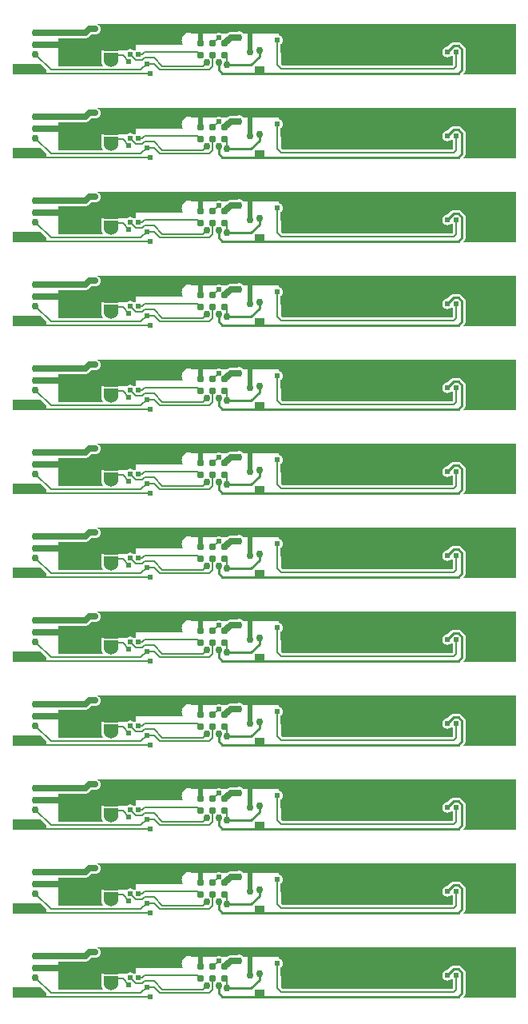
<source format=gbr>
G04 start of page 3 for group 1 idx 1 *
G04 Title: (unknown), bottom *
G04 Creator: pcb 20140316 *
G04 CreationDate: Thu 20 Aug 2020 02:40:32 AM GMT UTC *
G04 For: railfan *
G04 Format: Gerber/RS-274X *
G04 PCB-Dimensions (mil): 2400.00 4300.00 *
G04 PCB-Coordinate-Origin: lower left *
%MOIN*%
%FSLAX25Y25*%
%LNBOTTOM*%
%ADD43C,0.0390*%
%ADD42C,0.0140*%
%ADD41C,0.0120*%
%ADD40C,0.0300*%
%ADD39C,0.0240*%
%ADD38C,0.0310*%
%ADD37R,0.0300X0.0300*%
%ADD36C,0.0600*%
%ADD35C,0.0250*%
%ADD34C,0.0200*%
%ADD33C,0.0100*%
%ADD32C,0.0080*%
%ADD31C,0.0001*%
G54D31*G36*
X139500Y348000D02*Y336000D01*
X127400D01*
Y339803D01*
X127560Y339940D01*
X127785Y340203D01*
X127966Y340498D01*
X128099Y340818D01*
X128180Y341155D01*
X128200Y341500D01*
X128180Y341845D01*
X128099Y342182D01*
X127966Y342502D01*
X127785Y342797D01*
X127560Y343060D01*
X127297Y343285D01*
X127002Y343466D01*
X126682Y343599D01*
X126500Y343642D01*
Y348000D01*
X139500D01*
G37*
G36*
X127500D02*X225500D01*
Y327000D01*
X203121D01*
X204019Y327898D01*
X204064Y327936D01*
X204217Y328115D01*
X204217Y328116D01*
X204341Y328317D01*
X204431Y328535D01*
X204486Y328765D01*
X204505Y329000D01*
X204500Y329059D01*
Y337441D01*
X204505Y337500D01*
X204486Y337735D01*
X204431Y337965D01*
X204341Y338183D01*
X204217Y338384D01*
X204064Y338564D01*
X204019Y338602D01*
X202602Y340019D01*
X202564Y340064D01*
X202384Y340217D01*
X202183Y340341D01*
X201965Y340431D01*
X201735Y340486D01*
X201500Y340505D01*
X201441Y340500D01*
X199559D01*
X199500Y340505D01*
X199265Y340486D01*
X199035Y340431D01*
X198817Y340341D01*
X198616Y340217D01*
X198615Y340217D01*
X198436Y340064D01*
X198398Y340019D01*
X197079Y338701D01*
X197000Y338707D01*
X196655Y338680D01*
X196318Y338599D01*
X195998Y338466D01*
X195703Y338285D01*
X195440Y338060D01*
X195215Y337797D01*
X195034Y337502D01*
X194901Y337182D01*
X194820Y336845D01*
X194793Y336500D01*
X194820Y336155D01*
X194901Y335818D01*
X195034Y335498D01*
X195215Y335203D01*
X195440Y334940D01*
X195703Y334715D01*
X195998Y334534D01*
X196318Y334401D01*
X196655Y334320D01*
X197000Y334293D01*
X197345Y334320D01*
X197682Y334401D01*
X198002Y334534D01*
X198297Y334715D01*
X198560Y334940D01*
X198750Y335162D01*
X198940Y334940D01*
X199100Y334803D01*
Y331080D01*
X198920Y330900D01*
X128080D01*
X127500Y331480D01*
Y339888D01*
X127560Y339940D01*
X127785Y340203D01*
X127966Y340498D01*
X128099Y340818D01*
X128180Y341155D01*
X128200Y341500D01*
X128180Y341845D01*
X128099Y342182D01*
X127966Y342502D01*
X127785Y342797D01*
X127560Y343060D01*
X127500Y343112D01*
Y348000D01*
G37*
G36*
X85500D02*X139500D01*
Y344000D01*
X112007D01*
X111773Y344273D01*
X111474Y344529D01*
X111138Y344734D01*
X110775Y344885D01*
X110392Y344977D01*
X110000Y345008D01*
X109608Y344977D01*
X109225Y344885D01*
X108899Y344750D01*
X106588D01*
X106500Y344757D01*
X106147Y344729D01*
X105803Y344646D01*
X105475Y344511D01*
X105173Y344326D01*
X105173Y344326D01*
X104904Y344096D01*
X104847Y344029D01*
X104818Y344000D01*
X102823D01*
X102679Y344123D01*
X102411Y344288D01*
X102120Y344408D01*
X101814Y344481D01*
X101500Y344506D01*
X101186Y344481D01*
X100880Y344408D01*
X100589Y344288D01*
X100321Y344123D01*
X100177Y344000D01*
X90566D01*
X90343Y344137D01*
X89914Y344314D01*
X89463Y344423D01*
X89000Y344459D01*
X88537Y344423D01*
X88086Y344314D01*
X87657Y344137D01*
X87434Y344000D01*
X85500D01*
Y348000D01*
G37*
G36*
X127500Y313000D02*X225500D01*
Y292000D01*
X203121D01*
X204019Y292898D01*
X204064Y292936D01*
X204217Y293115D01*
X204217Y293116D01*
X204341Y293317D01*
X204431Y293535D01*
X204486Y293765D01*
X204505Y294000D01*
X204500Y294059D01*
Y302441D01*
X204505Y302500D01*
X204486Y302735D01*
X204431Y302965D01*
X204341Y303183D01*
X204217Y303384D01*
X204064Y303564D01*
X204019Y303602D01*
X202602Y305019D01*
X202564Y305064D01*
X202384Y305217D01*
X202183Y305341D01*
X201965Y305431D01*
X201735Y305486D01*
X201500Y305505D01*
X201441Y305500D01*
X199559D01*
X199500Y305505D01*
X199265Y305486D01*
X199035Y305431D01*
X198817Y305341D01*
X198616Y305217D01*
X198615Y305217D01*
X198436Y305064D01*
X198398Y305019D01*
X197079Y303701D01*
X197000Y303707D01*
X196655Y303680D01*
X196318Y303599D01*
X195998Y303466D01*
X195703Y303285D01*
X195440Y303060D01*
X195215Y302797D01*
X195034Y302502D01*
X194901Y302182D01*
X194820Y301845D01*
X194793Y301500D01*
X194820Y301155D01*
X194901Y300818D01*
X195034Y300498D01*
X195215Y300203D01*
X195440Y299940D01*
X195703Y299715D01*
X195998Y299534D01*
X196318Y299401D01*
X196655Y299320D01*
X197000Y299293D01*
X197345Y299320D01*
X197682Y299401D01*
X198002Y299534D01*
X198297Y299715D01*
X198560Y299940D01*
X198750Y300162D01*
X198940Y299940D01*
X199100Y299803D01*
Y296080D01*
X198920Y295900D01*
X128080D01*
X127500Y296480D01*
Y304888D01*
X127560Y304940D01*
X127785Y305203D01*
X127966Y305498D01*
X128099Y305818D01*
X128180Y306155D01*
X128200Y306500D01*
X128180Y306845D01*
X128099Y307182D01*
X127966Y307502D01*
X127785Y307797D01*
X127560Y308060D01*
X127500Y308112D01*
Y313000D01*
G37*
G36*
X116500Y327000D02*Y330379D01*
X116621Y330500D01*
X120500D01*
Y327000D01*
X116500D01*
G37*
G36*
X61000Y348000D02*Y343000D01*
X59029D01*
X58858Y343146D01*
X58322Y343475D01*
X57740Y343716D01*
X57128Y343863D01*
X56500Y343912D01*
X55872Y343863D01*
X55260Y343716D01*
X54678Y343475D01*
X54142Y343146D01*
X53971Y343000D01*
X53000D01*
Y348000D01*
X61000D01*
G37*
G36*
X58500D02*X89000D01*
Y344459D01*
X88537Y344423D01*
X88086Y344314D01*
X87657Y344137D01*
X87261Y343894D01*
X86908Y343592D01*
X86606Y343239D01*
X86363Y342843D01*
X86186Y342414D01*
X86077Y341963D01*
X86041Y341500D01*
X86077Y341037D01*
X86186Y340586D01*
X86363Y340157D01*
X86606Y339761D01*
X86829Y339500D01*
X60492D01*
X60492Y339758D01*
X60500Y339900D01*
X60491Y340057D01*
Y340057D01*
X60491Y340057D01*
X60463Y340528D01*
X60316Y341140D01*
X60075Y341722D01*
X59746Y342258D01*
X59337Y342737D01*
X58858Y343146D01*
X58500Y343366D01*
Y348000D01*
G37*
G36*
X116500Y292000D02*Y295379D01*
X116621Y295500D01*
X120500D01*
Y292000D01*
X116500D01*
G37*
G36*
X139500Y313000D02*Y301000D01*
X127400D01*
Y304803D01*
X127560Y304940D01*
X127785Y305203D01*
X127966Y305498D01*
X128099Y305818D01*
X128180Y306155D01*
X128200Y306500D01*
X128180Y306845D01*
X128099Y307182D01*
X127966Y307502D01*
X127785Y307797D01*
X127560Y308060D01*
X127297Y308285D01*
X127002Y308466D01*
X126682Y308599D01*
X126500Y308642D01*
Y313000D01*
X139500D01*
G37*
G36*
X85500D02*X139500D01*
Y309000D01*
X112007D01*
X111773Y309273D01*
X111474Y309529D01*
X111138Y309734D01*
X110775Y309885D01*
X110392Y309977D01*
X110000Y310008D01*
X109608Y309977D01*
X109225Y309885D01*
X108899Y309750D01*
X106588D01*
X106500Y309757D01*
X106147Y309729D01*
X105803Y309646D01*
X105475Y309511D01*
X105173Y309326D01*
X105173Y309326D01*
X104904Y309096D01*
X104847Y309029D01*
X104818Y309000D01*
X102823D01*
X102679Y309123D01*
X102411Y309288D01*
X102120Y309408D01*
X101814Y309481D01*
X101500Y309506D01*
X101186Y309481D01*
X100880Y309408D01*
X100589Y309288D01*
X100321Y309123D01*
X100177Y309000D01*
X90566D01*
X90343Y309137D01*
X89914Y309314D01*
X89463Y309423D01*
X89000Y309459D01*
X88537Y309423D01*
X88086Y309314D01*
X87657Y309137D01*
X87434Y309000D01*
X85500D01*
Y313000D01*
G37*
G36*
X58500D02*X89000D01*
Y309459D01*
X88537Y309423D01*
X88086Y309314D01*
X87657Y309137D01*
X87261Y308894D01*
X86908Y308592D01*
X86606Y308239D01*
X86363Y307843D01*
X86186Y307414D01*
X86077Y306963D01*
X86041Y306500D01*
X86077Y306037D01*
X86186Y305586D01*
X86363Y305157D01*
X86606Y304761D01*
X86829Y304500D01*
X60492D01*
X60492Y304758D01*
X60500Y304900D01*
X60491Y305057D01*
Y305057D01*
X60491Y305057D01*
X60463Y305528D01*
X60316Y306140D01*
X60075Y306722D01*
X59746Y307258D01*
X59337Y307737D01*
X58858Y308146D01*
X58500Y308366D01*
Y313000D01*
G37*
G36*
X15500Y296500D02*X27020D01*
X29500Y294020D01*
Y292000D01*
X15500D01*
Y296500D01*
G37*
G36*
X34500Y304000D02*X52503D01*
X52509Y301743D01*
X52546Y301590D01*
X52583Y301500D01*
X52546Y301410D01*
X52509Y301257D01*
X52500Y301100D01*
X52508Y298359D01*
X52488Y298100D01*
X52537Y297472D01*
X52684Y296860D01*
X52925Y296278D01*
X53254Y295742D01*
X53546Y295400D01*
X34500D01*
Y304000D01*
G37*
G36*
X38500Y301000D02*Y307250D01*
X45912D01*
X46000Y307243D01*
X46353Y307271D01*
X46353Y307271D01*
X46697Y307354D01*
X47025Y307489D01*
X47327Y307674D01*
X47596Y307904D01*
X47653Y307971D01*
X48432Y308750D01*
X50000D01*
X50353Y308771D01*
X50697Y308854D01*
X51025Y308989D01*
X51327Y309174D01*
X51596Y309404D01*
X51826Y309673D01*
X52011Y309975D01*
X52146Y310303D01*
X52229Y310647D01*
X52257Y311000D01*
X52229Y311353D01*
X52146Y311697D01*
X52011Y312025D01*
X51826Y312327D01*
X51596Y312596D01*
X51327Y312826D01*
X51043Y313000D01*
X56500D01*
Y308912D01*
X55872Y308863D01*
X55260Y308716D01*
X54678Y308475D01*
X54142Y308146D01*
X53663Y307737D01*
X53254Y307258D01*
X52925Y306722D01*
X52684Y306140D01*
X52537Y305528D01*
X52488Y304900D01*
X52500Y304737D01*
X52509Y301743D01*
X52546Y301590D01*
X52583Y301500D01*
X52546Y301410D01*
X52509Y301257D01*
X52500Y301100D01*
X52500Y301000D01*
X38500D01*
G37*
G36*
X61000Y313000D02*Y308000D01*
X59029D01*
X58858Y308146D01*
X58322Y308475D01*
X57740Y308716D01*
X57128Y308863D01*
X56500Y308912D01*
X55872Y308863D01*
X55260Y308716D01*
X54678Y308475D01*
X54142Y308146D01*
X53971Y308000D01*
X53000D01*
Y313000D01*
X61000D01*
G37*
G36*
X41000Y307250D02*Y300500D01*
X34500D01*
Y307250D01*
X41000D01*
G37*
G36*
X61000Y302000D02*X52000D01*
Y309500D01*
X61000D01*
Y302000D01*
G37*
G36*
X67000Y309500D02*Y302467D01*
X66998Y302466D01*
X66703Y302285D01*
X66440Y302060D01*
X66388Y302000D01*
X66112D01*
X66060Y302060D01*
X65797Y302285D01*
X65502Y302466D01*
X65182Y302599D01*
X64845Y302680D01*
X64500Y302707D01*
X64155Y302680D01*
X63818Y302599D01*
X63498Y302466D01*
X63203Y302285D01*
X62940Y302060D01*
X62888Y302000D01*
X60500D01*
X60492Y304758D01*
X60500Y304900D01*
X60491Y305057D01*
Y305057D01*
X60491Y305057D01*
X60463Y305528D01*
X60316Y306140D01*
X60075Y306722D01*
X59746Y307258D01*
X59337Y307737D01*
X58858Y308146D01*
X58322Y308475D01*
X57740Y308716D01*
X57128Y308863D01*
X56500Y308912D01*
X55872Y308863D01*
X55260Y308716D01*
X54678Y308475D01*
X54142Y308146D01*
X53663Y307737D01*
X53254Y307258D01*
X52925Y306722D01*
X52684Y306140D01*
X52537Y305528D01*
X52488Y304900D01*
X52500Y304737D01*
X52509Y302000D01*
X50500D01*
Y308806D01*
X50697Y308854D01*
X51025Y308989D01*
X51327Y309174D01*
X51596Y309404D01*
X51678Y309500D01*
X67000D01*
G37*
G36*
X15500Y261500D02*X27020D01*
X29500Y259020D01*
Y257000D01*
X15500D01*
Y261500D01*
G37*
G36*
X34500Y269000D02*X52503D01*
X52509Y266743D01*
X52546Y266590D01*
X52583Y266500D01*
X52546Y266410D01*
X52509Y266257D01*
X52500Y266100D01*
X52508Y263359D01*
X52488Y263100D01*
X52537Y262472D01*
X52684Y261860D01*
X52925Y261278D01*
X53254Y260742D01*
X53546Y260400D01*
X34500D01*
Y269000D01*
G37*
G36*
X38500Y266000D02*Y272250D01*
X45912D01*
X46000Y272243D01*
X46353Y272271D01*
X46353Y272271D01*
X46697Y272354D01*
X47025Y272489D01*
X47327Y272674D01*
X47596Y272904D01*
X47653Y272971D01*
X48432Y273750D01*
X50000D01*
X50353Y273771D01*
X50697Y273854D01*
X51025Y273989D01*
X51327Y274174D01*
X51596Y274404D01*
X51826Y274673D01*
X52011Y274975D01*
X52146Y275303D01*
X52229Y275647D01*
X52257Y276000D01*
X52229Y276353D01*
X52146Y276697D01*
X52011Y277025D01*
X51826Y277327D01*
X51596Y277596D01*
X51327Y277826D01*
X51043Y278000D01*
X56500D01*
Y273912D01*
X55872Y273863D01*
X55260Y273716D01*
X54678Y273475D01*
X54142Y273146D01*
X53663Y272737D01*
X53254Y272258D01*
X52925Y271722D01*
X52684Y271140D01*
X52537Y270528D01*
X52488Y269900D01*
X52500Y269737D01*
X52509Y266743D01*
X52546Y266590D01*
X52583Y266500D01*
X52546Y266410D01*
X52509Y266257D01*
X52500Y266100D01*
X52500Y266000D01*
X38500D01*
G37*
G36*
X61000Y278000D02*Y273000D01*
X59029D01*
X58858Y273146D01*
X58322Y273475D01*
X57740Y273716D01*
X57128Y273863D01*
X56500Y273912D01*
X55872Y273863D01*
X55260Y273716D01*
X54678Y273475D01*
X54142Y273146D01*
X53971Y273000D01*
X53000D01*
Y278000D01*
X61000D01*
G37*
G36*
X41000Y272250D02*Y265500D01*
X34500D01*
Y272250D01*
X41000D01*
G37*
G36*
X61000Y267000D02*X52000D01*
Y274500D01*
X61000D01*
Y267000D01*
G37*
G36*
X67000Y274500D02*Y267467D01*
X66998Y267466D01*
X66703Y267285D01*
X66440Y267060D01*
X66388Y267000D01*
X66112D01*
X66060Y267060D01*
X65797Y267285D01*
X65502Y267466D01*
X65182Y267599D01*
X64845Y267680D01*
X64500Y267707D01*
X64155Y267680D01*
X63818Y267599D01*
X63498Y267466D01*
X63203Y267285D01*
X62940Y267060D01*
X62888Y267000D01*
X60500D01*
X60492Y269758D01*
X60500Y269900D01*
X60491Y270057D01*
Y270057D01*
X60491Y270057D01*
X60463Y270528D01*
X60316Y271140D01*
X60075Y271722D01*
X59746Y272258D01*
X59337Y272737D01*
X58858Y273146D01*
X58322Y273475D01*
X57740Y273716D01*
X57128Y273863D01*
X56500Y273912D01*
X55872Y273863D01*
X55260Y273716D01*
X54678Y273475D01*
X54142Y273146D01*
X53663Y272737D01*
X53254Y272258D01*
X52925Y271722D01*
X52684Y271140D01*
X52537Y270528D01*
X52488Y269900D01*
X52500Y269737D01*
X52509Y267000D01*
X50500D01*
Y273806D01*
X50697Y273854D01*
X51025Y273989D01*
X51327Y274174D01*
X51596Y274404D01*
X51678Y274500D01*
X67000D01*
G37*
G36*
X15500Y401500D02*X27020D01*
X29500Y399020D01*
Y397000D01*
X15500D01*
Y401500D01*
G37*
G36*
X34500Y409000D02*X52503D01*
X52509Y406743D01*
X52546Y406590D01*
X52583Y406500D01*
X52546Y406410D01*
X52509Y406257D01*
X52500Y406100D01*
X52508Y403359D01*
X52488Y403100D01*
X52537Y402472D01*
X52684Y401860D01*
X52925Y401278D01*
X53254Y400742D01*
X53546Y400400D01*
X34500D01*
Y409000D01*
G37*
G36*
X38500Y406000D02*Y412250D01*
X45912D01*
X46000Y412243D01*
X46353Y412271D01*
X46353Y412271D01*
X46697Y412354D01*
X47025Y412489D01*
X47327Y412674D01*
X47596Y412904D01*
X47653Y412971D01*
X48432Y413750D01*
X50000D01*
X50353Y413771D01*
X50697Y413854D01*
X51025Y413989D01*
X51327Y414174D01*
X51596Y414404D01*
X51826Y414673D01*
X52011Y414975D01*
X52146Y415303D01*
X52229Y415647D01*
X52257Y416000D01*
X52229Y416353D01*
X52146Y416697D01*
X52011Y417025D01*
X51826Y417327D01*
X51596Y417596D01*
X51327Y417826D01*
X51043Y418000D01*
X56500D01*
Y413912D01*
X55872Y413863D01*
X55260Y413716D01*
X54678Y413475D01*
X54142Y413146D01*
X53663Y412737D01*
X53254Y412258D01*
X52925Y411722D01*
X52684Y411140D01*
X52537Y410528D01*
X52488Y409900D01*
X52500Y409737D01*
X52509Y406743D01*
X52546Y406590D01*
X52583Y406500D01*
X52546Y406410D01*
X52509Y406257D01*
X52500Y406100D01*
X52500Y406000D01*
X38500D01*
G37*
G36*
X41000Y412250D02*Y405500D01*
X34500D01*
Y412250D01*
X41000D01*
G37*
G36*
X61000Y418000D02*Y413000D01*
X59029D01*
X58858Y413146D01*
X58322Y413475D01*
X57740Y413716D01*
X57128Y413863D01*
X56500Y413912D01*
X55872Y413863D01*
X55260Y413716D01*
X54678Y413475D01*
X54142Y413146D01*
X53971Y413000D01*
X53000D01*
Y418000D01*
X61000D01*
G37*
G36*
X58500D02*X89000D01*
Y414459D01*
X88537Y414423D01*
X88086Y414314D01*
X87657Y414137D01*
X87261Y413894D01*
X86908Y413592D01*
X86606Y413239D01*
X86363Y412843D01*
X86186Y412414D01*
X86077Y411963D01*
X86041Y411500D01*
X86077Y411037D01*
X86186Y410586D01*
X86363Y410157D01*
X86606Y409761D01*
X86829Y409500D01*
X60492D01*
X60492Y409758D01*
X60500Y409900D01*
X60491Y410057D01*
Y410057D01*
X60491Y410057D01*
X60463Y410528D01*
X60316Y411140D01*
X60075Y411722D01*
X59746Y412258D01*
X59337Y412737D01*
X58858Y413146D01*
X58500Y413366D01*
Y418000D01*
G37*
G36*
X67000Y414500D02*Y407467D01*
X66998Y407466D01*
X66703Y407285D01*
X66440Y407060D01*
X66388Y407000D01*
X66112D01*
X66060Y407060D01*
X65797Y407285D01*
X65502Y407466D01*
X65182Y407599D01*
X64845Y407680D01*
X64500Y407707D01*
X64155Y407680D01*
X63818Y407599D01*
X63498Y407466D01*
X63203Y407285D01*
X62940Y407060D01*
X62888Y407000D01*
X60500D01*
X60492Y409758D01*
X60500Y409900D01*
X60491Y410057D01*
Y410057D01*
X60491Y410057D01*
X60463Y410528D01*
X60316Y411140D01*
X60075Y411722D01*
X59746Y412258D01*
X59337Y412737D01*
X58858Y413146D01*
X58322Y413475D01*
X57740Y413716D01*
X57128Y413863D01*
X56500Y413912D01*
X55872Y413863D01*
X55260Y413716D01*
X54678Y413475D01*
X54142Y413146D01*
X53663Y412737D01*
X53254Y412258D01*
X52925Y411722D01*
X52684Y411140D01*
X52537Y410528D01*
X52488Y409900D01*
X52500Y409737D01*
X52509Y407000D01*
X50500D01*
Y413806D01*
X50697Y413854D01*
X51025Y413989D01*
X51327Y414174D01*
X51596Y414404D01*
X51678Y414500D01*
X67000D01*
G37*
G36*
X61000Y407000D02*X52000D01*
Y414500D01*
X61000D01*
Y407000D01*
G37*
G36*
X116500Y397000D02*Y400379D01*
X116621Y400500D01*
X120500D01*
Y397000D01*
X116500D01*
G37*
G36*
X139500Y418000D02*Y406000D01*
X127400D01*
Y409803D01*
X127560Y409940D01*
X127785Y410203D01*
X127966Y410498D01*
X128099Y410818D01*
X128180Y411155D01*
X128200Y411500D01*
X128180Y411845D01*
X128099Y412182D01*
X127966Y412502D01*
X127785Y412797D01*
X127560Y413060D01*
X127297Y413285D01*
X127002Y413466D01*
X126682Y413599D01*
X126500Y413642D01*
Y418000D01*
X139500D01*
G37*
G36*
X127500D02*X225500D01*
Y397000D01*
X203121D01*
X204019Y397898D01*
X204064Y397936D01*
X204217Y398115D01*
X204217Y398116D01*
X204341Y398317D01*
X204431Y398535D01*
X204486Y398765D01*
X204505Y399000D01*
X204500Y399059D01*
Y407441D01*
X204505Y407500D01*
X204486Y407735D01*
X204431Y407965D01*
X204341Y408183D01*
X204217Y408384D01*
X204064Y408564D01*
X204019Y408602D01*
X202602Y410019D01*
X202564Y410064D01*
X202384Y410217D01*
X202183Y410341D01*
X201965Y410431D01*
X201735Y410486D01*
X201500Y410505D01*
X201441Y410500D01*
X199559D01*
X199500Y410505D01*
X199265Y410486D01*
X199035Y410431D01*
X198817Y410341D01*
X198616Y410217D01*
X198615Y410217D01*
X198436Y410064D01*
X198398Y410019D01*
X197079Y408701D01*
X197000Y408707D01*
X196655Y408680D01*
X196318Y408599D01*
X195998Y408466D01*
X195703Y408285D01*
X195440Y408060D01*
X195215Y407797D01*
X195034Y407502D01*
X194901Y407182D01*
X194820Y406845D01*
X194793Y406500D01*
X194820Y406155D01*
X194901Y405818D01*
X195034Y405498D01*
X195215Y405203D01*
X195440Y404940D01*
X195703Y404715D01*
X195998Y404534D01*
X196318Y404401D01*
X196655Y404320D01*
X197000Y404293D01*
X197345Y404320D01*
X197682Y404401D01*
X198002Y404534D01*
X198297Y404715D01*
X198560Y404940D01*
X198750Y405162D01*
X198940Y404940D01*
X199100Y404803D01*
Y401080D01*
X198920Y400900D01*
X128080D01*
X127500Y401480D01*
Y409888D01*
X127560Y409940D01*
X127785Y410203D01*
X127966Y410498D01*
X128099Y410818D01*
X128180Y411155D01*
X128200Y411500D01*
X128180Y411845D01*
X128099Y412182D01*
X127966Y412502D01*
X127785Y412797D01*
X127560Y413060D01*
X127500Y413112D01*
Y418000D01*
G37*
G36*
X85500D02*X139500D01*
Y414000D01*
X112007D01*
X111773Y414273D01*
X111474Y414529D01*
X111138Y414734D01*
X110775Y414885D01*
X110392Y414977D01*
X110000Y415008D01*
X109608Y414977D01*
X109225Y414885D01*
X108899Y414750D01*
X106588D01*
X106500Y414757D01*
X106147Y414729D01*
X105803Y414646D01*
X105475Y414511D01*
X105173Y414326D01*
X105173Y414326D01*
X104904Y414096D01*
X104847Y414029D01*
X104818Y414000D01*
X102823D01*
X102679Y414123D01*
X102411Y414288D01*
X102120Y414408D01*
X101814Y414481D01*
X101500Y414506D01*
X101186Y414481D01*
X100880Y414408D01*
X100589Y414288D01*
X100321Y414123D01*
X100177Y414000D01*
X90566D01*
X90343Y414137D01*
X89914Y414314D01*
X89463Y414423D01*
X89000Y414459D01*
X88537Y414423D01*
X88086Y414314D01*
X87657Y414137D01*
X87434Y414000D01*
X85500D01*
Y418000D01*
G37*
G36*
X116500Y362000D02*Y365379D01*
X116621Y365500D01*
X120500D01*
Y362000D01*
X116500D01*
G37*
G36*
X139500Y383000D02*Y371000D01*
X127400D01*
Y374803D01*
X127560Y374940D01*
X127785Y375203D01*
X127966Y375498D01*
X128099Y375818D01*
X128180Y376155D01*
X128200Y376500D01*
X128180Y376845D01*
X128099Y377182D01*
X127966Y377502D01*
X127785Y377797D01*
X127560Y378060D01*
X127297Y378285D01*
X127002Y378466D01*
X126682Y378599D01*
X126500Y378642D01*
Y383000D01*
X139500D01*
G37*
G36*
X127500D02*X225500D01*
Y362000D01*
X203121D01*
X204019Y362898D01*
X204064Y362936D01*
X204217Y363115D01*
X204217Y363116D01*
X204341Y363317D01*
X204431Y363535D01*
X204486Y363765D01*
X204505Y364000D01*
X204500Y364059D01*
Y372441D01*
X204505Y372500D01*
X204486Y372735D01*
X204431Y372965D01*
X204341Y373183D01*
X204217Y373384D01*
X204064Y373564D01*
X204019Y373602D01*
X202602Y375019D01*
X202564Y375064D01*
X202384Y375217D01*
X202183Y375341D01*
X201965Y375431D01*
X201735Y375486D01*
X201500Y375505D01*
X201441Y375500D01*
X199559D01*
X199500Y375505D01*
X199265Y375486D01*
X199035Y375431D01*
X198817Y375341D01*
X198616Y375217D01*
X198615Y375217D01*
X198436Y375064D01*
X198398Y375019D01*
X197079Y373701D01*
X197000Y373707D01*
X196655Y373680D01*
X196318Y373599D01*
X195998Y373466D01*
X195703Y373285D01*
X195440Y373060D01*
X195215Y372797D01*
X195034Y372502D01*
X194901Y372182D01*
X194820Y371845D01*
X194793Y371500D01*
X194820Y371155D01*
X194901Y370818D01*
X195034Y370498D01*
X195215Y370203D01*
X195440Y369940D01*
X195703Y369715D01*
X195998Y369534D01*
X196318Y369401D01*
X196655Y369320D01*
X197000Y369293D01*
X197345Y369320D01*
X197682Y369401D01*
X198002Y369534D01*
X198297Y369715D01*
X198560Y369940D01*
X198750Y370162D01*
X198940Y369940D01*
X199100Y369803D01*
Y366080D01*
X198920Y365900D01*
X128080D01*
X127500Y366480D01*
Y374888D01*
X127560Y374940D01*
X127785Y375203D01*
X127966Y375498D01*
X128099Y375818D01*
X128180Y376155D01*
X128200Y376500D01*
X128180Y376845D01*
X128099Y377182D01*
X127966Y377502D01*
X127785Y377797D01*
X127560Y378060D01*
X127500Y378112D01*
Y383000D01*
G37*
G36*
X85500D02*X139500D01*
Y379000D01*
X112007D01*
X111773Y379273D01*
X111474Y379529D01*
X111138Y379734D01*
X110775Y379885D01*
X110392Y379977D01*
X110000Y380008D01*
X109608Y379977D01*
X109225Y379885D01*
X108899Y379750D01*
X106588D01*
X106500Y379757D01*
X106147Y379729D01*
X105803Y379646D01*
X105475Y379511D01*
X105173Y379326D01*
X105173Y379326D01*
X104904Y379096D01*
X104847Y379029D01*
X104818Y379000D01*
X102823D01*
X102679Y379123D01*
X102411Y379288D01*
X102120Y379408D01*
X101814Y379481D01*
X101500Y379506D01*
X101186Y379481D01*
X100880Y379408D01*
X100589Y379288D01*
X100321Y379123D01*
X100177Y379000D01*
X90566D01*
X90343Y379137D01*
X89914Y379314D01*
X89463Y379423D01*
X89000Y379459D01*
X88537Y379423D01*
X88086Y379314D01*
X87657Y379137D01*
X87434Y379000D01*
X85500D01*
Y383000D01*
G37*
G36*
X15500Y366500D02*X27020D01*
X29500Y364020D01*
Y362000D01*
X15500D01*
Y366500D01*
G37*
G36*
X34500Y374000D02*X52503D01*
X52509Y371743D01*
X52546Y371590D01*
X52583Y371500D01*
X52546Y371410D01*
X52509Y371257D01*
X52500Y371100D01*
X52508Y368359D01*
X52488Y368100D01*
X52537Y367472D01*
X52684Y366860D01*
X52925Y366278D01*
X53254Y365742D01*
X53546Y365400D01*
X34500D01*
Y374000D01*
G37*
G36*
X38500Y371000D02*Y377250D01*
X45912D01*
X46000Y377243D01*
X46353Y377271D01*
X46353Y377271D01*
X46697Y377354D01*
X47025Y377489D01*
X47327Y377674D01*
X47596Y377904D01*
X47653Y377971D01*
X48432Y378750D01*
X50000D01*
X50353Y378771D01*
X50697Y378854D01*
X51025Y378989D01*
X51327Y379174D01*
X51596Y379404D01*
X51826Y379673D01*
X52011Y379975D01*
X52146Y380303D01*
X52229Y380647D01*
X52257Y381000D01*
X52229Y381353D01*
X52146Y381697D01*
X52011Y382025D01*
X51826Y382327D01*
X51596Y382596D01*
X51327Y382826D01*
X51043Y383000D01*
X56500D01*
Y378912D01*
X55872Y378863D01*
X55260Y378716D01*
X54678Y378475D01*
X54142Y378146D01*
X53663Y377737D01*
X53254Y377258D01*
X52925Y376722D01*
X52684Y376140D01*
X52537Y375528D01*
X52488Y374900D01*
X52500Y374737D01*
X52509Y371743D01*
X52546Y371590D01*
X52583Y371500D01*
X52546Y371410D01*
X52509Y371257D01*
X52500Y371100D01*
X52500Y371000D01*
X38500D01*
G37*
G36*
X41000Y377250D02*Y370500D01*
X34500D01*
Y377250D01*
X41000D01*
G37*
G36*
X61000Y383000D02*Y378000D01*
X59029D01*
X58858Y378146D01*
X58322Y378475D01*
X57740Y378716D01*
X57128Y378863D01*
X56500Y378912D01*
X55872Y378863D01*
X55260Y378716D01*
X54678Y378475D01*
X54142Y378146D01*
X53971Y378000D01*
X53000D01*
Y383000D01*
X61000D01*
G37*
G36*
X58500D02*X89000D01*
Y379459D01*
X88537Y379423D01*
X88086Y379314D01*
X87657Y379137D01*
X87261Y378894D01*
X86908Y378592D01*
X86606Y378239D01*
X86363Y377843D01*
X86186Y377414D01*
X86077Y376963D01*
X86041Y376500D01*
X86077Y376037D01*
X86186Y375586D01*
X86363Y375157D01*
X86606Y374761D01*
X86829Y374500D01*
X60492D01*
X60492Y374758D01*
X60500Y374900D01*
X60491Y375057D01*
Y375057D01*
X60491Y375057D01*
X60463Y375528D01*
X60316Y376140D01*
X60075Y376722D01*
X59746Y377258D01*
X59337Y377737D01*
X58858Y378146D01*
X58500Y378366D01*
Y383000D01*
G37*
G36*
X67000Y379500D02*Y372467D01*
X66998Y372466D01*
X66703Y372285D01*
X66440Y372060D01*
X66388Y372000D01*
X66112D01*
X66060Y372060D01*
X65797Y372285D01*
X65502Y372466D01*
X65182Y372599D01*
X64845Y372680D01*
X64500Y372707D01*
X64155Y372680D01*
X63818Y372599D01*
X63498Y372466D01*
X63203Y372285D01*
X62940Y372060D01*
X62888Y372000D01*
X60500D01*
X60492Y374758D01*
X60500Y374900D01*
X60491Y375057D01*
Y375057D01*
X60491Y375057D01*
X60463Y375528D01*
X60316Y376140D01*
X60075Y376722D01*
X59746Y377258D01*
X59337Y377737D01*
X58858Y378146D01*
X58322Y378475D01*
X57740Y378716D01*
X57128Y378863D01*
X56500Y378912D01*
X55872Y378863D01*
X55260Y378716D01*
X54678Y378475D01*
X54142Y378146D01*
X53663Y377737D01*
X53254Y377258D01*
X52925Y376722D01*
X52684Y376140D01*
X52537Y375528D01*
X52488Y374900D01*
X52500Y374737D01*
X52509Y372000D01*
X50500D01*
Y378806D01*
X50697Y378854D01*
X51025Y378989D01*
X51327Y379174D01*
X51596Y379404D01*
X51678Y379500D01*
X67000D01*
G37*
G36*
X61000Y372000D02*X52000D01*
Y379500D01*
X61000D01*
Y372000D01*
G37*
G36*
X15500Y331500D02*X27020D01*
X29500Y329020D01*
Y327000D01*
X15500D01*
Y331500D01*
G37*
G36*
X34500Y339000D02*X52503D01*
X52509Y336743D01*
X52546Y336590D01*
X52583Y336500D01*
X52546Y336410D01*
X52509Y336257D01*
X52500Y336100D01*
X52508Y333359D01*
X52488Y333100D01*
X52537Y332472D01*
X52684Y331860D01*
X52925Y331278D01*
X53254Y330742D01*
X53546Y330400D01*
X34500D01*
Y339000D01*
G37*
G36*
X38500Y336000D02*Y342250D01*
X45912D01*
X46000Y342243D01*
X46353Y342271D01*
X46353Y342271D01*
X46697Y342354D01*
X47025Y342489D01*
X47327Y342674D01*
X47596Y342904D01*
X47653Y342971D01*
X48432Y343750D01*
X50000D01*
X50353Y343771D01*
X50697Y343854D01*
X51025Y343989D01*
X51327Y344174D01*
X51596Y344404D01*
X51826Y344673D01*
X52011Y344975D01*
X52146Y345303D01*
X52229Y345647D01*
X52257Y346000D01*
X52229Y346353D01*
X52146Y346697D01*
X52011Y347025D01*
X51826Y347327D01*
X51596Y347596D01*
X51327Y347826D01*
X51043Y348000D01*
X56500D01*
Y343912D01*
X55872Y343863D01*
X55260Y343716D01*
X54678Y343475D01*
X54142Y343146D01*
X53663Y342737D01*
X53254Y342258D01*
X52925Y341722D01*
X52684Y341140D01*
X52537Y340528D01*
X52488Y339900D01*
X52500Y339737D01*
X52509Y336743D01*
X52546Y336590D01*
X52583Y336500D01*
X52546Y336410D01*
X52509Y336257D01*
X52500Y336100D01*
X52500Y336000D01*
X38500D01*
G37*
G36*
X41000Y342250D02*Y335500D01*
X34500D01*
Y342250D01*
X41000D01*
G37*
G36*
X67000Y344500D02*Y337467D01*
X66998Y337466D01*
X66703Y337285D01*
X66440Y337060D01*
X66388Y337000D01*
X66112D01*
X66060Y337060D01*
X65797Y337285D01*
X65502Y337466D01*
X65182Y337599D01*
X64845Y337680D01*
X64500Y337707D01*
X64155Y337680D01*
X63818Y337599D01*
X63498Y337466D01*
X63203Y337285D01*
X62940Y337060D01*
X62888Y337000D01*
X60500D01*
X60492Y339758D01*
X60500Y339900D01*
X60491Y340057D01*
Y340057D01*
X60491Y340057D01*
X60463Y340528D01*
X60316Y341140D01*
X60075Y341722D01*
X59746Y342258D01*
X59337Y342737D01*
X58858Y343146D01*
X58322Y343475D01*
X57740Y343716D01*
X57128Y343863D01*
X56500Y343912D01*
X55872Y343863D01*
X55260Y343716D01*
X54678Y343475D01*
X54142Y343146D01*
X53663Y342737D01*
X53254Y342258D01*
X52925Y341722D01*
X52684Y341140D01*
X52537Y340528D01*
X52488Y339900D01*
X52500Y339737D01*
X52509Y337000D01*
X50500D01*
Y343806D01*
X50697Y343854D01*
X51025Y343989D01*
X51327Y344174D01*
X51596Y344404D01*
X51678Y344500D01*
X67000D01*
G37*
G36*
X61000Y337000D02*X52000D01*
Y344500D01*
X61000D01*
Y337000D01*
G37*
G36*
X15500Y226500D02*X27020D01*
X29500Y224020D01*
Y222000D01*
X15500D01*
Y226500D01*
G37*
G36*
X34500Y234000D02*X52503D01*
X52509Y231743D01*
X52546Y231590D01*
X52583Y231500D01*
X52546Y231410D01*
X52509Y231257D01*
X52500Y231100D01*
X52508Y228359D01*
X52488Y228100D01*
X52537Y227472D01*
X52684Y226860D01*
X52925Y226278D01*
X53254Y225742D01*
X53546Y225400D01*
X34500D01*
Y234000D01*
G37*
G36*
X38500Y231000D02*Y237250D01*
X45912D01*
X46000Y237243D01*
X46353Y237271D01*
X46353Y237271D01*
X46697Y237354D01*
X47025Y237489D01*
X47327Y237674D01*
X47596Y237904D01*
X47653Y237971D01*
X48432Y238750D01*
X50000D01*
X50353Y238771D01*
X50697Y238854D01*
X51025Y238989D01*
X51327Y239174D01*
X51596Y239404D01*
X51826Y239673D01*
X52011Y239975D01*
X52146Y240303D01*
X52229Y240647D01*
X52257Y241000D01*
X52229Y241353D01*
X52146Y241697D01*
X52011Y242025D01*
X51826Y242327D01*
X51596Y242596D01*
X51327Y242826D01*
X51043Y243000D01*
X56500D01*
Y238912D01*
X55872Y238863D01*
X55260Y238716D01*
X54678Y238475D01*
X54142Y238146D01*
X53663Y237737D01*
X53254Y237258D01*
X52925Y236722D01*
X52684Y236140D01*
X52537Y235528D01*
X52488Y234900D01*
X52500Y234737D01*
X52509Y231743D01*
X52546Y231590D01*
X52583Y231500D01*
X52546Y231410D01*
X52509Y231257D01*
X52500Y231100D01*
X52500Y231000D01*
X38500D01*
G37*
G36*
X41000Y237250D02*Y230500D01*
X34500D01*
Y237250D01*
X41000D01*
G37*
G36*
X67000Y239500D02*Y232467D01*
X66998Y232466D01*
X66703Y232285D01*
X66440Y232060D01*
X66388Y232000D01*
X66112D01*
X66060Y232060D01*
X65797Y232285D01*
X65502Y232466D01*
X65182Y232599D01*
X64845Y232680D01*
X64500Y232707D01*
X64155Y232680D01*
X63818Y232599D01*
X63498Y232466D01*
X63203Y232285D01*
X62940Y232060D01*
X62888Y232000D01*
X60500D01*
X60492Y234758D01*
X60500Y234900D01*
X60491Y235057D01*
Y235057D01*
X60491Y235057D01*
X60463Y235528D01*
X60316Y236140D01*
X60075Y236722D01*
X59746Y237258D01*
X59337Y237737D01*
X58858Y238146D01*
X58322Y238475D01*
X57740Y238716D01*
X57128Y238863D01*
X56500Y238912D01*
X55872Y238863D01*
X55260Y238716D01*
X54678Y238475D01*
X54142Y238146D01*
X53663Y237737D01*
X53254Y237258D01*
X52925Y236722D01*
X52684Y236140D01*
X52537Y235528D01*
X52488Y234900D01*
X52500Y234737D01*
X52509Y232000D01*
X50500D01*
Y238806D01*
X50697Y238854D01*
X51025Y238989D01*
X51327Y239174D01*
X51596Y239404D01*
X51678Y239500D01*
X67000D01*
G37*
G36*
X61000Y232000D02*X52000D01*
Y239500D01*
X61000D01*
Y232000D01*
G37*
G36*
X15500Y191500D02*X27020D01*
X29500Y189020D01*
Y187000D01*
X15500D01*
Y191500D01*
G37*
G36*
X34500Y199000D02*X52503D01*
X52509Y196743D01*
X52546Y196590D01*
X52583Y196500D01*
X52546Y196410D01*
X52509Y196257D01*
X52500Y196100D01*
X52508Y193359D01*
X52488Y193100D01*
X52537Y192472D01*
X52684Y191860D01*
X52925Y191278D01*
X53254Y190742D01*
X53546Y190400D01*
X34500D01*
Y199000D01*
G37*
G36*
X38500Y196000D02*Y202250D01*
X45912D01*
X46000Y202243D01*
X46353Y202271D01*
X46353Y202271D01*
X46697Y202354D01*
X47025Y202489D01*
X47327Y202674D01*
X47596Y202904D01*
X47653Y202971D01*
X48432Y203750D01*
X50000D01*
X50353Y203771D01*
X50697Y203854D01*
X51025Y203989D01*
X51327Y204174D01*
X51596Y204404D01*
X51826Y204673D01*
X52011Y204975D01*
X52146Y205303D01*
X52229Y205647D01*
X52257Y206000D01*
X52229Y206353D01*
X52146Y206697D01*
X52011Y207025D01*
X51826Y207327D01*
X51596Y207596D01*
X51327Y207826D01*
X51043Y208000D01*
X56500D01*
Y203912D01*
X55872Y203863D01*
X55260Y203716D01*
X54678Y203475D01*
X54142Y203146D01*
X53663Y202737D01*
X53254Y202258D01*
X52925Y201722D01*
X52684Y201140D01*
X52537Y200528D01*
X52488Y199900D01*
X52500Y199737D01*
X52509Y196743D01*
X52546Y196590D01*
X52583Y196500D01*
X52546Y196410D01*
X52509Y196257D01*
X52500Y196100D01*
X52500Y196000D01*
X38500D01*
G37*
G36*
X41000Y202250D02*Y195500D01*
X34500D01*
Y202250D01*
X41000D01*
G37*
G36*
X67000Y204500D02*Y197467D01*
X66998Y197466D01*
X66703Y197285D01*
X66440Y197060D01*
X66388Y197000D01*
X66112D01*
X66060Y197060D01*
X65797Y197285D01*
X65502Y197466D01*
X65182Y197599D01*
X64845Y197680D01*
X64500Y197707D01*
X64155Y197680D01*
X63818Y197599D01*
X63498Y197466D01*
X63203Y197285D01*
X62940Y197060D01*
X62888Y197000D01*
X60500D01*
X60492Y199758D01*
X60500Y199900D01*
X60491Y200057D01*
Y200057D01*
X60491Y200057D01*
X60463Y200528D01*
X60316Y201140D01*
X60075Y201722D01*
X59746Y202258D01*
X59337Y202737D01*
X58858Y203146D01*
X58322Y203475D01*
X57740Y203716D01*
X57128Y203863D01*
X56500Y203912D01*
X55872Y203863D01*
X55260Y203716D01*
X54678Y203475D01*
X54142Y203146D01*
X53663Y202737D01*
X53254Y202258D01*
X52925Y201722D01*
X52684Y201140D01*
X52537Y200528D01*
X52488Y199900D01*
X52500Y199737D01*
X52509Y197000D01*
X50500D01*
Y203806D01*
X50697Y203854D01*
X51025Y203989D01*
X51327Y204174D01*
X51596Y204404D01*
X51678Y204500D01*
X67000D01*
G37*
G36*
X61000Y197000D02*X52000D01*
Y204500D01*
X61000D01*
Y197000D01*
G37*
G36*
X116500Y257000D02*Y260379D01*
X116621Y260500D01*
X120500D01*
Y257000D01*
X116500D01*
G37*
G36*
X139500Y278000D02*Y266000D01*
X127400D01*
Y269803D01*
X127560Y269940D01*
X127785Y270203D01*
X127966Y270498D01*
X128099Y270818D01*
X128180Y271155D01*
X128200Y271500D01*
X128180Y271845D01*
X128099Y272182D01*
X127966Y272502D01*
X127785Y272797D01*
X127560Y273060D01*
X127297Y273285D01*
X127002Y273466D01*
X126682Y273599D01*
X126500Y273642D01*
Y278000D01*
X139500D01*
G37*
G36*
X58500D02*X89000D01*
Y274459D01*
X88537Y274423D01*
X88086Y274314D01*
X87657Y274137D01*
X87261Y273894D01*
X86908Y273592D01*
X86606Y273239D01*
X86363Y272843D01*
X86186Y272414D01*
X86077Y271963D01*
X86041Y271500D01*
X86077Y271037D01*
X86186Y270586D01*
X86363Y270157D01*
X86606Y269761D01*
X86829Y269500D01*
X60492D01*
X60492Y269758D01*
X60500Y269900D01*
X60491Y270057D01*
Y270057D01*
X60491Y270057D01*
X60463Y270528D01*
X60316Y271140D01*
X60075Y271722D01*
X59746Y272258D01*
X59337Y272737D01*
X58858Y273146D01*
X58500Y273366D01*
Y278000D01*
G37*
G36*
X61000Y243000D02*Y238000D01*
X59029D01*
X58858Y238146D01*
X58322Y238475D01*
X57740Y238716D01*
X57128Y238863D01*
X56500Y238912D01*
X55872Y238863D01*
X55260Y238716D01*
X54678Y238475D01*
X54142Y238146D01*
X53971Y238000D01*
X53000D01*
Y243000D01*
X61000D01*
G37*
G36*
X58500D02*X89000D01*
Y239459D01*
X88537Y239423D01*
X88086Y239314D01*
X87657Y239137D01*
X87261Y238894D01*
X86908Y238592D01*
X86606Y238239D01*
X86363Y237843D01*
X86186Y237414D01*
X86077Y236963D01*
X86041Y236500D01*
X86077Y236037D01*
X86186Y235586D01*
X86363Y235157D01*
X86606Y234761D01*
X86829Y234500D01*
X60492D01*
X60492Y234758D01*
X60500Y234900D01*
X60491Y235057D01*
Y235057D01*
X60491Y235057D01*
X60463Y235528D01*
X60316Y236140D01*
X60075Y236722D01*
X59746Y237258D01*
X59337Y237737D01*
X58858Y238146D01*
X58500Y238366D01*
Y243000D01*
G37*
G36*
X116500Y222000D02*Y225379D01*
X116621Y225500D01*
X120500D01*
Y222000D01*
X116500D01*
G37*
G36*
X139500Y243000D02*Y231000D01*
X127400D01*
Y234803D01*
X127560Y234940D01*
X127785Y235203D01*
X127966Y235498D01*
X128099Y235818D01*
X128180Y236155D01*
X128200Y236500D01*
X128180Y236845D01*
X128099Y237182D01*
X127966Y237502D01*
X127785Y237797D01*
X127560Y238060D01*
X127297Y238285D01*
X127002Y238466D01*
X126682Y238599D01*
X126500Y238642D01*
Y243000D01*
X139500D01*
G37*
G36*
X116500Y187000D02*Y190379D01*
X116621Y190500D01*
X120500D01*
Y187000D01*
X116500D01*
G37*
G36*
X139500Y208000D02*Y196000D01*
X127400D01*
Y199803D01*
X127560Y199940D01*
X127785Y200203D01*
X127966Y200498D01*
X128099Y200818D01*
X128180Y201155D01*
X128200Y201500D01*
X128180Y201845D01*
X128099Y202182D01*
X127966Y202502D01*
X127785Y202797D01*
X127560Y203060D01*
X127297Y203285D01*
X127002Y203466D01*
X126682Y203599D01*
X126500Y203642D01*
Y208000D01*
X139500D01*
G37*
G36*
X116500Y152000D02*Y155379D01*
X116621Y155500D01*
X120500D01*
Y152000D01*
X116500D01*
G37*
G36*
X139500Y173000D02*Y161000D01*
X127400D01*
Y164803D01*
X127560Y164940D01*
X127785Y165203D01*
X127966Y165498D01*
X128099Y165818D01*
X128180Y166155D01*
X128200Y166500D01*
X128180Y166845D01*
X128099Y167182D01*
X127966Y167502D01*
X127785Y167797D01*
X127560Y168060D01*
X127297Y168285D01*
X127002Y168466D01*
X126682Y168599D01*
X126500Y168642D01*
Y173000D01*
X139500D01*
G37*
G36*
X61000Y208000D02*Y203000D01*
X59029D01*
X58858Y203146D01*
X58322Y203475D01*
X57740Y203716D01*
X57128Y203863D01*
X56500Y203912D01*
X55872Y203863D01*
X55260Y203716D01*
X54678Y203475D01*
X54142Y203146D01*
X53971Y203000D01*
X53000D01*
Y208000D01*
X61000D01*
G37*
G36*
X58500D02*X89000D01*
Y204459D01*
X88537Y204423D01*
X88086Y204314D01*
X87657Y204137D01*
X87261Y203894D01*
X86908Y203592D01*
X86606Y203239D01*
X86363Y202843D01*
X86186Y202414D01*
X86077Y201963D01*
X86041Y201500D01*
X86077Y201037D01*
X86186Y200586D01*
X86363Y200157D01*
X86606Y199761D01*
X86829Y199500D01*
X60492D01*
X60492Y199758D01*
X60500Y199900D01*
X60491Y200057D01*
Y200057D01*
X60491Y200057D01*
X60463Y200528D01*
X60316Y201140D01*
X60075Y201722D01*
X59746Y202258D01*
X59337Y202737D01*
X58858Y203146D01*
X58500Y203366D01*
Y208000D01*
G37*
G36*
X61000Y173000D02*Y168000D01*
X59029D01*
X58858Y168146D01*
X58322Y168475D01*
X57740Y168716D01*
X57128Y168863D01*
X56500Y168912D01*
X55872Y168863D01*
X55260Y168716D01*
X54678Y168475D01*
X54142Y168146D01*
X53971Y168000D01*
X53000D01*
Y173000D01*
X61000D01*
G37*
G36*
X58500D02*X89000D01*
Y169459D01*
X88537Y169423D01*
X88086Y169314D01*
X87657Y169137D01*
X87261Y168894D01*
X86908Y168592D01*
X86606Y168239D01*
X86363Y167843D01*
X86186Y167414D01*
X86077Y166963D01*
X86041Y166500D01*
X86077Y166037D01*
X86186Y165586D01*
X86363Y165157D01*
X86606Y164761D01*
X86829Y164500D01*
X60492D01*
X60492Y164758D01*
X60500Y164900D01*
X60491Y165057D01*
Y165057D01*
X60491Y165057D01*
X60463Y165528D01*
X60316Y166140D01*
X60075Y166722D01*
X59746Y167258D01*
X59337Y167737D01*
X58858Y168146D01*
X58500Y168366D01*
Y173000D01*
G37*
G36*
X15500Y156500D02*X27020D01*
X29500Y154020D01*
Y152000D01*
X15500D01*
Y156500D01*
G37*
G36*
Y121500D02*X27020D01*
X29500Y119020D01*
Y117000D01*
X15500D01*
Y121500D01*
G37*
G36*
X34500Y164000D02*X52503D01*
X52509Y161743D01*
X52546Y161590D01*
X52583Y161500D01*
X52546Y161410D01*
X52509Y161257D01*
X52500Y161100D01*
X52508Y158359D01*
X52488Y158100D01*
X52537Y157472D01*
X52684Y156860D01*
X52925Y156278D01*
X53254Y155742D01*
X53546Y155400D01*
X34500D01*
Y164000D01*
G37*
G36*
X38500Y161000D02*Y167250D01*
X45912D01*
X46000Y167243D01*
X46353Y167271D01*
X46353Y167271D01*
X46697Y167354D01*
X47025Y167489D01*
X47327Y167674D01*
X47596Y167904D01*
X47653Y167971D01*
X48432Y168750D01*
X50000D01*
X50353Y168771D01*
X50697Y168854D01*
X51025Y168989D01*
X51327Y169174D01*
X51596Y169404D01*
X51826Y169673D01*
X52011Y169975D01*
X52146Y170303D01*
X52229Y170647D01*
X52257Y171000D01*
X52229Y171353D01*
X52146Y171697D01*
X52011Y172025D01*
X51826Y172327D01*
X51596Y172596D01*
X51327Y172826D01*
X51043Y173000D01*
X56500D01*
Y168912D01*
X55872Y168863D01*
X55260Y168716D01*
X54678Y168475D01*
X54142Y168146D01*
X53663Y167737D01*
X53254Y167258D01*
X52925Y166722D01*
X52684Y166140D01*
X52537Y165528D01*
X52488Y164900D01*
X52500Y164737D01*
X52509Y161743D01*
X52546Y161590D01*
X52583Y161500D01*
X52546Y161410D01*
X52509Y161257D01*
X52500Y161100D01*
X52500Y161000D01*
X38500D01*
G37*
G36*
X41000Y167250D02*Y160500D01*
X34500D01*
Y167250D01*
X41000D01*
G37*
G36*
X67000Y169500D02*Y162467D01*
X66998Y162466D01*
X66703Y162285D01*
X66440Y162060D01*
X66388Y162000D01*
X66112D01*
X66060Y162060D01*
X65797Y162285D01*
X65502Y162466D01*
X65182Y162599D01*
X64845Y162680D01*
X64500Y162707D01*
X64155Y162680D01*
X63818Y162599D01*
X63498Y162466D01*
X63203Y162285D01*
X62940Y162060D01*
X62888Y162000D01*
X60500D01*
X60492Y164758D01*
X60500Y164900D01*
X60491Y165057D01*
Y165057D01*
X60491Y165057D01*
X60463Y165528D01*
X60316Y166140D01*
X60075Y166722D01*
X59746Y167258D01*
X59337Y167737D01*
X58858Y168146D01*
X58322Y168475D01*
X57740Y168716D01*
X57128Y168863D01*
X56500Y168912D01*
X55872Y168863D01*
X55260Y168716D01*
X54678Y168475D01*
X54142Y168146D01*
X53663Y167737D01*
X53254Y167258D01*
X52925Y166722D01*
X52684Y166140D01*
X52537Y165528D01*
X52488Y164900D01*
X52500Y164737D01*
X52509Y162000D01*
X50500D01*
Y168806D01*
X50697Y168854D01*
X51025Y168989D01*
X51327Y169174D01*
X51596Y169404D01*
X51678Y169500D01*
X67000D01*
G37*
G36*
X61000Y162000D02*X52000D01*
Y169500D01*
X61000D01*
Y162000D01*
G37*
G36*
X34500Y129000D02*X52503D01*
X52509Y126743D01*
X52546Y126590D01*
X52583Y126500D01*
X52546Y126410D01*
X52509Y126257D01*
X52500Y126100D01*
X52508Y123359D01*
X52488Y123100D01*
X52537Y122472D01*
X52684Y121860D01*
X52925Y121278D01*
X53254Y120742D01*
X53546Y120400D01*
X34500D01*
Y129000D01*
G37*
G36*
X38500Y126000D02*Y132250D01*
X45912D01*
X46000Y132243D01*
X46353Y132271D01*
X46353Y132271D01*
X46697Y132354D01*
X47025Y132489D01*
X47327Y132674D01*
X47596Y132904D01*
X47653Y132971D01*
X48432Y133750D01*
X50000D01*
X50353Y133771D01*
X50697Y133854D01*
X51025Y133989D01*
X51327Y134174D01*
X51596Y134404D01*
X51826Y134673D01*
X52011Y134975D01*
X52146Y135303D01*
X52229Y135647D01*
X52257Y136000D01*
X52229Y136353D01*
X52146Y136697D01*
X52011Y137025D01*
X51826Y137327D01*
X51596Y137596D01*
X51327Y137826D01*
X51043Y138000D01*
X56500D01*
Y133912D01*
X55872Y133863D01*
X55260Y133716D01*
X54678Y133475D01*
X54142Y133146D01*
X53663Y132737D01*
X53254Y132258D01*
X52925Y131722D01*
X52684Y131140D01*
X52537Y130528D01*
X52488Y129900D01*
X52500Y129737D01*
X52509Y126743D01*
X52546Y126590D01*
X52583Y126500D01*
X52546Y126410D01*
X52509Y126257D01*
X52500Y126100D01*
X52500Y126000D01*
X38500D01*
G37*
G36*
X61000Y138000D02*Y133000D01*
X59029D01*
X58858Y133146D01*
X58322Y133475D01*
X57740Y133716D01*
X57128Y133863D01*
X56500Y133912D01*
X55872Y133863D01*
X55260Y133716D01*
X54678Y133475D01*
X54142Y133146D01*
X53971Y133000D01*
X53000D01*
Y138000D01*
X61000D01*
G37*
G36*
X41000Y132250D02*Y125500D01*
X34500D01*
Y132250D01*
X41000D01*
G37*
G36*
X67000Y134500D02*Y127467D01*
X66998Y127466D01*
X66703Y127285D01*
X66440Y127060D01*
X66388Y127000D01*
X66112D01*
X66060Y127060D01*
X65797Y127285D01*
X65502Y127466D01*
X65182Y127599D01*
X64845Y127680D01*
X64500Y127707D01*
X64155Y127680D01*
X63818Y127599D01*
X63498Y127466D01*
X63203Y127285D01*
X62940Y127060D01*
X62888Y127000D01*
X60500D01*
X60492Y129758D01*
X60500Y129900D01*
X60491Y130057D01*
Y130057D01*
X60491Y130057D01*
X60463Y130528D01*
X60316Y131140D01*
X60075Y131722D01*
X59746Y132258D01*
X59337Y132737D01*
X58858Y133146D01*
X58322Y133475D01*
X57740Y133716D01*
X57128Y133863D01*
X56500Y133912D01*
X55872Y133863D01*
X55260Y133716D01*
X54678Y133475D01*
X54142Y133146D01*
X53663Y132737D01*
X53254Y132258D01*
X52925Y131722D01*
X52684Y131140D01*
X52537Y130528D01*
X52488Y129900D01*
X52500Y129737D01*
X52509Y127000D01*
X50500D01*
Y133806D01*
X50697Y133854D01*
X51025Y133989D01*
X51327Y134174D01*
X51596Y134404D01*
X51678Y134500D01*
X67000D01*
G37*
G36*
X61000Y127000D02*X52000D01*
Y134500D01*
X61000D01*
Y127000D01*
G37*
G36*
X127500Y278000D02*X225500D01*
Y257000D01*
X203121D01*
X204019Y257898D01*
X204064Y257936D01*
X204217Y258115D01*
X204217Y258116D01*
X204341Y258317D01*
X204431Y258535D01*
X204486Y258765D01*
X204505Y259000D01*
X204500Y259059D01*
Y267441D01*
X204505Y267500D01*
X204486Y267735D01*
X204431Y267965D01*
X204341Y268183D01*
X204217Y268384D01*
X204064Y268564D01*
X204019Y268602D01*
X202602Y270019D01*
X202564Y270064D01*
X202384Y270217D01*
X202183Y270341D01*
X201965Y270431D01*
X201735Y270486D01*
X201500Y270505D01*
X201441Y270500D01*
X199559D01*
X199500Y270505D01*
X199265Y270486D01*
X199035Y270431D01*
X198817Y270341D01*
X198616Y270217D01*
X198615Y270217D01*
X198436Y270064D01*
X198398Y270019D01*
X197079Y268701D01*
X197000Y268707D01*
X196655Y268680D01*
X196318Y268599D01*
X195998Y268466D01*
X195703Y268285D01*
X195440Y268060D01*
X195215Y267797D01*
X195034Y267502D01*
X194901Y267182D01*
X194820Y266845D01*
X194793Y266500D01*
X194820Y266155D01*
X194901Y265818D01*
X195034Y265498D01*
X195215Y265203D01*
X195440Y264940D01*
X195703Y264715D01*
X195998Y264534D01*
X196318Y264401D01*
X196655Y264320D01*
X197000Y264293D01*
X197345Y264320D01*
X197682Y264401D01*
X198002Y264534D01*
X198297Y264715D01*
X198560Y264940D01*
X198750Y265162D01*
X198940Y264940D01*
X199100Y264803D01*
Y261080D01*
X198920Y260900D01*
X128080D01*
X127500Y261480D01*
Y269888D01*
X127560Y269940D01*
X127785Y270203D01*
X127966Y270498D01*
X128099Y270818D01*
X128180Y271155D01*
X128200Y271500D01*
X128180Y271845D01*
X128099Y272182D01*
X127966Y272502D01*
X127785Y272797D01*
X127560Y273060D01*
X127500Y273112D01*
Y278000D01*
G37*
G36*
Y243000D02*X225500D01*
Y222000D01*
X203121D01*
X204019Y222898D01*
X204064Y222936D01*
X204217Y223115D01*
X204217Y223116D01*
X204341Y223317D01*
X204431Y223535D01*
X204486Y223765D01*
X204505Y224000D01*
X204500Y224059D01*
Y232441D01*
X204505Y232500D01*
X204486Y232735D01*
X204431Y232965D01*
X204341Y233183D01*
X204217Y233384D01*
X204064Y233564D01*
X204019Y233602D01*
X202602Y235019D01*
X202564Y235064D01*
X202384Y235217D01*
X202183Y235341D01*
X201965Y235431D01*
X201735Y235486D01*
X201500Y235505D01*
X201441Y235500D01*
X199559D01*
X199500Y235505D01*
X199265Y235486D01*
X199035Y235431D01*
X198817Y235341D01*
X198616Y235217D01*
X198615Y235217D01*
X198436Y235064D01*
X198398Y235019D01*
X197079Y233701D01*
X197000Y233707D01*
X196655Y233680D01*
X196318Y233599D01*
X195998Y233466D01*
X195703Y233285D01*
X195440Y233060D01*
X195215Y232797D01*
X195034Y232502D01*
X194901Y232182D01*
X194820Y231845D01*
X194793Y231500D01*
X194820Y231155D01*
X194901Y230818D01*
X195034Y230498D01*
X195215Y230203D01*
X195440Y229940D01*
X195703Y229715D01*
X195998Y229534D01*
X196318Y229401D01*
X196655Y229320D01*
X197000Y229293D01*
X197345Y229320D01*
X197682Y229401D01*
X198002Y229534D01*
X198297Y229715D01*
X198560Y229940D01*
X198750Y230162D01*
X198940Y229940D01*
X199100Y229803D01*
Y226080D01*
X198920Y225900D01*
X128080D01*
X127500Y226480D01*
Y234888D01*
X127560Y234940D01*
X127785Y235203D01*
X127966Y235498D01*
X128099Y235818D01*
X128180Y236155D01*
X128200Y236500D01*
X128180Y236845D01*
X128099Y237182D01*
X127966Y237502D01*
X127785Y237797D01*
X127560Y238060D01*
X127500Y238112D01*
Y243000D01*
G37*
G36*
Y208000D02*X225500D01*
Y187000D01*
X203121D01*
X204019Y187898D01*
X204064Y187936D01*
X204217Y188115D01*
X204217Y188116D01*
X204341Y188317D01*
X204431Y188535D01*
X204486Y188765D01*
X204505Y189000D01*
X204500Y189059D01*
Y197441D01*
X204505Y197500D01*
X204486Y197735D01*
X204431Y197965D01*
X204341Y198183D01*
X204217Y198384D01*
X204064Y198564D01*
X204019Y198602D01*
X202602Y200019D01*
X202564Y200064D01*
X202384Y200217D01*
X202183Y200341D01*
X201965Y200431D01*
X201735Y200486D01*
X201500Y200505D01*
X201441Y200500D01*
X199559D01*
X199500Y200505D01*
X199265Y200486D01*
X199035Y200431D01*
X198817Y200341D01*
X198616Y200217D01*
X198615Y200217D01*
X198436Y200064D01*
X198398Y200019D01*
X197079Y198701D01*
X197000Y198707D01*
X196655Y198680D01*
X196318Y198599D01*
X195998Y198466D01*
X195703Y198285D01*
X195440Y198060D01*
X195215Y197797D01*
X195034Y197502D01*
X194901Y197182D01*
X194820Y196845D01*
X194793Y196500D01*
X194820Y196155D01*
X194901Y195818D01*
X195034Y195498D01*
X195215Y195203D01*
X195440Y194940D01*
X195703Y194715D01*
X195998Y194534D01*
X196318Y194401D01*
X196655Y194320D01*
X197000Y194293D01*
X197345Y194320D01*
X197682Y194401D01*
X198002Y194534D01*
X198297Y194715D01*
X198560Y194940D01*
X198750Y195162D01*
X198940Y194940D01*
X199100Y194803D01*
Y191080D01*
X198920Y190900D01*
X128080D01*
X127500Y191480D01*
Y199888D01*
X127560Y199940D01*
X127785Y200203D01*
X127966Y200498D01*
X128099Y200818D01*
X128180Y201155D01*
X128200Y201500D01*
X128180Y201845D01*
X128099Y202182D01*
X127966Y202502D01*
X127785Y202797D01*
X127560Y203060D01*
X127500Y203112D01*
Y208000D01*
G37*
G36*
X85500Y278000D02*X139500D01*
Y274000D01*
X112007D01*
X111773Y274273D01*
X111474Y274529D01*
X111138Y274734D01*
X110775Y274885D01*
X110392Y274977D01*
X110000Y275008D01*
X109608Y274977D01*
X109225Y274885D01*
X108899Y274750D01*
X106588D01*
X106500Y274757D01*
X106147Y274729D01*
X105803Y274646D01*
X105475Y274511D01*
X105173Y274326D01*
X105173Y274326D01*
X104904Y274096D01*
X104847Y274029D01*
X104818Y274000D01*
X102823D01*
X102679Y274123D01*
X102411Y274288D01*
X102120Y274408D01*
X101814Y274481D01*
X101500Y274506D01*
X101186Y274481D01*
X100880Y274408D01*
X100589Y274288D01*
X100321Y274123D01*
X100177Y274000D01*
X90566D01*
X90343Y274137D01*
X89914Y274314D01*
X89463Y274423D01*
X89000Y274459D01*
X88537Y274423D01*
X88086Y274314D01*
X87657Y274137D01*
X87434Y274000D01*
X85500D01*
Y278000D01*
G37*
G36*
Y243000D02*X139500D01*
Y239000D01*
X112007D01*
X111773Y239273D01*
X111474Y239529D01*
X111138Y239734D01*
X110775Y239885D01*
X110392Y239977D01*
X110000Y240008D01*
X109608Y239977D01*
X109225Y239885D01*
X108899Y239750D01*
X106588D01*
X106500Y239757D01*
X106147Y239729D01*
X105803Y239646D01*
X105475Y239511D01*
X105173Y239326D01*
X105173Y239326D01*
X104904Y239096D01*
X104847Y239029D01*
X104818Y239000D01*
X102823D01*
X102679Y239123D01*
X102411Y239288D01*
X102120Y239408D01*
X101814Y239481D01*
X101500Y239506D01*
X101186Y239481D01*
X100880Y239408D01*
X100589Y239288D01*
X100321Y239123D01*
X100177Y239000D01*
X90566D01*
X90343Y239137D01*
X89914Y239314D01*
X89463Y239423D01*
X89000Y239459D01*
X88537Y239423D01*
X88086Y239314D01*
X87657Y239137D01*
X87434Y239000D01*
X85500D01*
Y243000D01*
G37*
G36*
Y208000D02*X139500D01*
Y204000D01*
X112007D01*
X111773Y204273D01*
X111474Y204529D01*
X111138Y204734D01*
X110775Y204885D01*
X110392Y204977D01*
X110000Y205008D01*
X109608Y204977D01*
X109225Y204885D01*
X108899Y204750D01*
X106588D01*
X106500Y204757D01*
X106147Y204729D01*
X105803Y204646D01*
X105475Y204511D01*
X105173Y204326D01*
X105173Y204326D01*
X104904Y204096D01*
X104847Y204029D01*
X104818Y204000D01*
X102823D01*
X102679Y204123D01*
X102411Y204288D01*
X102120Y204408D01*
X101814Y204481D01*
X101500Y204506D01*
X101186Y204481D01*
X100880Y204408D01*
X100589Y204288D01*
X100321Y204123D01*
X100177Y204000D01*
X90566D01*
X90343Y204137D01*
X89914Y204314D01*
X89463Y204423D01*
X89000Y204459D01*
X88537Y204423D01*
X88086Y204314D01*
X87657Y204137D01*
X87434Y204000D01*
X85500D01*
Y208000D01*
G37*
G36*
Y173000D02*X139500D01*
Y169000D01*
X112007D01*
X111773Y169273D01*
X111474Y169529D01*
X111138Y169734D01*
X110775Y169885D01*
X110392Y169977D01*
X110000Y170008D01*
X109608Y169977D01*
X109225Y169885D01*
X108899Y169750D01*
X106588D01*
X106500Y169757D01*
X106147Y169729D01*
X105803Y169646D01*
X105475Y169511D01*
X105173Y169326D01*
X105173Y169326D01*
X104904Y169096D01*
X104847Y169029D01*
X104818Y169000D01*
X102823D01*
X102679Y169123D01*
X102411Y169288D01*
X102120Y169408D01*
X101814Y169481D01*
X101500Y169506D01*
X101186Y169481D01*
X100880Y169408D01*
X100589Y169288D01*
X100321Y169123D01*
X100177Y169000D01*
X90566D01*
X90343Y169137D01*
X89914Y169314D01*
X89463Y169423D01*
X89000Y169459D01*
X88537Y169423D01*
X88086Y169314D01*
X87657Y169137D01*
X87434Y169000D01*
X85500D01*
Y173000D01*
G37*
G36*
Y138000D02*X139500D01*
Y134000D01*
X112007D01*
X111773Y134273D01*
X111474Y134529D01*
X111138Y134734D01*
X110775Y134885D01*
X110392Y134977D01*
X110000Y135008D01*
X109608Y134977D01*
X109225Y134885D01*
X108899Y134750D01*
X106588D01*
X106500Y134757D01*
X106147Y134729D01*
X105803Y134646D01*
X105475Y134511D01*
X105173Y134326D01*
X105173Y134326D01*
X104904Y134096D01*
X104847Y134029D01*
X104818Y134000D01*
X102823D01*
X102679Y134123D01*
X102411Y134288D01*
X102120Y134408D01*
X101814Y134481D01*
X101500Y134506D01*
X101186Y134481D01*
X100880Y134408D01*
X100589Y134288D01*
X100321Y134123D01*
X100177Y134000D01*
X90566D01*
X90343Y134137D01*
X89914Y134314D01*
X89463Y134423D01*
X89000Y134459D01*
X88537Y134423D01*
X88086Y134314D01*
X87657Y134137D01*
X87434Y134000D01*
X85500D01*
Y138000D01*
G37*
G36*
Y103000D02*X139500D01*
Y99000D01*
X112007D01*
X111773Y99273D01*
X111474Y99529D01*
X111138Y99734D01*
X110775Y99885D01*
X110392Y99977D01*
X110000Y100008D01*
X109608Y99977D01*
X109225Y99885D01*
X108899Y99750D01*
X106588D01*
X106500Y99757D01*
X106147Y99729D01*
X105803Y99646D01*
X105475Y99511D01*
X105173Y99326D01*
X105173Y99326D01*
X104904Y99096D01*
X104847Y99029D01*
X104818Y99000D01*
X102823D01*
X102679Y99123D01*
X102411Y99288D01*
X102120Y99408D01*
X101814Y99481D01*
X101500Y99506D01*
X101186Y99481D01*
X100880Y99408D01*
X100589Y99288D01*
X100321Y99123D01*
X100177Y99000D01*
X90566D01*
X90343Y99137D01*
X89914Y99314D01*
X89463Y99423D01*
X89000Y99459D01*
X88537Y99423D01*
X88086Y99314D01*
X87657Y99137D01*
X87434Y99000D01*
X85500D01*
Y103000D01*
G37*
G36*
X127500Y173000D02*X225500D01*
Y152000D01*
X203121D01*
X204019Y152898D01*
X204064Y152936D01*
X204217Y153115D01*
X204217Y153116D01*
X204341Y153317D01*
X204431Y153535D01*
X204486Y153765D01*
X204505Y154000D01*
X204500Y154059D01*
Y162441D01*
X204505Y162500D01*
X204486Y162735D01*
X204431Y162965D01*
X204341Y163183D01*
X204217Y163384D01*
X204064Y163564D01*
X204019Y163602D01*
X202602Y165019D01*
X202564Y165064D01*
X202384Y165217D01*
X202183Y165341D01*
X201965Y165431D01*
X201735Y165486D01*
X201500Y165505D01*
X201441Y165500D01*
X199559D01*
X199500Y165505D01*
X199265Y165486D01*
X199035Y165431D01*
X198817Y165341D01*
X198616Y165217D01*
X198615Y165217D01*
X198436Y165064D01*
X198398Y165019D01*
X197079Y163701D01*
X197000Y163707D01*
X196655Y163680D01*
X196318Y163599D01*
X195998Y163466D01*
X195703Y163285D01*
X195440Y163060D01*
X195215Y162797D01*
X195034Y162502D01*
X194901Y162182D01*
X194820Y161845D01*
X194793Y161500D01*
X194820Y161155D01*
X194901Y160818D01*
X195034Y160498D01*
X195215Y160203D01*
X195440Y159940D01*
X195703Y159715D01*
X195998Y159534D01*
X196318Y159401D01*
X196655Y159320D01*
X197000Y159293D01*
X197345Y159320D01*
X197682Y159401D01*
X198002Y159534D01*
X198297Y159715D01*
X198560Y159940D01*
X198750Y160162D01*
X198940Y159940D01*
X199100Y159803D01*
Y156080D01*
X198920Y155900D01*
X128080D01*
X127500Y156480D01*
Y164888D01*
X127560Y164940D01*
X127785Y165203D01*
X127966Y165498D01*
X128099Y165818D01*
X128180Y166155D01*
X128200Y166500D01*
X128180Y166845D01*
X128099Y167182D01*
X127966Y167502D01*
X127785Y167797D01*
X127560Y168060D01*
X127500Y168112D01*
Y173000D01*
G37*
G36*
Y138000D02*X225500D01*
Y117000D01*
X203121D01*
X204019Y117898D01*
X204064Y117936D01*
X204217Y118115D01*
X204217Y118116D01*
X204341Y118317D01*
X204431Y118535D01*
X204486Y118765D01*
X204505Y119000D01*
X204500Y119059D01*
Y127441D01*
X204505Y127500D01*
X204486Y127735D01*
X204431Y127965D01*
X204341Y128183D01*
X204217Y128384D01*
X204064Y128564D01*
X204019Y128602D01*
X202602Y130019D01*
X202564Y130064D01*
X202384Y130217D01*
X202183Y130341D01*
X201965Y130431D01*
X201735Y130486D01*
X201500Y130505D01*
X201441Y130500D01*
X199559D01*
X199500Y130505D01*
X199265Y130486D01*
X199035Y130431D01*
X198817Y130341D01*
X198616Y130217D01*
X198615Y130217D01*
X198436Y130064D01*
X198398Y130019D01*
X197079Y128701D01*
X197000Y128707D01*
X196655Y128680D01*
X196318Y128599D01*
X195998Y128466D01*
X195703Y128285D01*
X195440Y128060D01*
X195215Y127797D01*
X195034Y127502D01*
X194901Y127182D01*
X194820Y126845D01*
X194793Y126500D01*
X194820Y126155D01*
X194901Y125818D01*
X195034Y125498D01*
X195215Y125203D01*
X195440Y124940D01*
X195703Y124715D01*
X195998Y124534D01*
X196318Y124401D01*
X196655Y124320D01*
X197000Y124293D01*
X197345Y124320D01*
X197682Y124401D01*
X198002Y124534D01*
X198297Y124715D01*
X198560Y124940D01*
X198750Y125162D01*
X198940Y124940D01*
X199100Y124803D01*
Y121080D01*
X198920Y120900D01*
X128080D01*
X127500Y121480D01*
Y129888D01*
X127560Y129940D01*
X127785Y130203D01*
X127966Y130498D01*
X128099Y130818D01*
X128180Y131155D01*
X128200Y131500D01*
X128180Y131845D01*
X128099Y132182D01*
X127966Y132502D01*
X127785Y132797D01*
X127560Y133060D01*
X127500Y133112D01*
Y138000D01*
G37*
G36*
Y103000D02*X225500D01*
Y82000D01*
X203121D01*
X204019Y82898D01*
X204064Y82936D01*
X204217Y83115D01*
X204217Y83116D01*
X204341Y83317D01*
X204431Y83535D01*
X204486Y83765D01*
X204505Y84000D01*
X204500Y84059D01*
Y92441D01*
X204505Y92500D01*
X204486Y92735D01*
X204431Y92965D01*
X204341Y93183D01*
X204217Y93384D01*
X204064Y93564D01*
X204019Y93602D01*
X202602Y95019D01*
X202564Y95064D01*
X202384Y95217D01*
X202183Y95341D01*
X201965Y95431D01*
X201735Y95486D01*
X201500Y95505D01*
X201441Y95500D01*
X199559D01*
X199500Y95505D01*
X199265Y95486D01*
X199035Y95431D01*
X198817Y95341D01*
X198616Y95217D01*
X198615Y95217D01*
X198436Y95064D01*
X198398Y95019D01*
X197079Y93701D01*
X197000Y93707D01*
X196655Y93680D01*
X196318Y93599D01*
X195998Y93466D01*
X195703Y93285D01*
X195440Y93060D01*
X195215Y92797D01*
X195034Y92502D01*
X194901Y92182D01*
X194820Y91845D01*
X194793Y91500D01*
X194820Y91155D01*
X194901Y90818D01*
X195034Y90498D01*
X195215Y90203D01*
X195440Y89940D01*
X195703Y89715D01*
X195998Y89534D01*
X196318Y89401D01*
X196655Y89320D01*
X197000Y89293D01*
X197345Y89320D01*
X197682Y89401D01*
X198002Y89534D01*
X198297Y89715D01*
X198560Y89940D01*
X198750Y90162D01*
X198940Y89940D01*
X199100Y89803D01*
Y86080D01*
X198920Y85900D01*
X128080D01*
X127500Y86480D01*
Y94888D01*
X127560Y94940D01*
X127785Y95203D01*
X127966Y95498D01*
X128099Y95818D01*
X128180Y96155D01*
X128200Y96500D01*
X128180Y96845D01*
X128099Y97182D01*
X127966Y97502D01*
X127785Y97797D01*
X127560Y98060D01*
X127500Y98112D01*
Y103000D01*
G37*
G36*
Y68000D02*X225500D01*
Y47000D01*
X203121D01*
X204019Y47898D01*
X204064Y47936D01*
X204217Y48115D01*
X204217Y48116D01*
X204341Y48317D01*
X204431Y48535D01*
X204486Y48765D01*
X204505Y49000D01*
X204500Y49059D01*
Y57441D01*
X204505Y57500D01*
X204486Y57735D01*
X204431Y57965D01*
X204341Y58183D01*
X204217Y58384D01*
X204064Y58564D01*
X204019Y58602D01*
X202602Y60019D01*
X202564Y60064D01*
X202384Y60217D01*
X202183Y60341D01*
X201965Y60431D01*
X201735Y60486D01*
X201500Y60505D01*
X201441Y60500D01*
X199559D01*
X199500Y60505D01*
X199265Y60486D01*
X199035Y60431D01*
X198817Y60341D01*
X198616Y60217D01*
X198615Y60217D01*
X198436Y60064D01*
X198398Y60019D01*
X197079Y58701D01*
X197000Y58707D01*
X196655Y58680D01*
X196318Y58599D01*
X195998Y58466D01*
X195703Y58285D01*
X195440Y58060D01*
X195215Y57797D01*
X195034Y57502D01*
X194901Y57182D01*
X194820Y56845D01*
X194793Y56500D01*
X194820Y56155D01*
X194901Y55818D01*
X195034Y55498D01*
X195215Y55203D01*
X195440Y54940D01*
X195703Y54715D01*
X195998Y54534D01*
X196318Y54401D01*
X196655Y54320D01*
X197000Y54293D01*
X197345Y54320D01*
X197682Y54401D01*
X198002Y54534D01*
X198297Y54715D01*
X198560Y54940D01*
X198750Y55162D01*
X198940Y54940D01*
X199100Y54803D01*
Y51080D01*
X198920Y50900D01*
X128080D01*
X127500Y51480D01*
Y59888D01*
X127560Y59940D01*
X127785Y60203D01*
X127966Y60498D01*
X128099Y60818D01*
X128180Y61155D01*
X128200Y61500D01*
X128180Y61845D01*
X128099Y62182D01*
X127966Y62502D01*
X127785Y62797D01*
X127560Y63060D01*
X127500Y63112D01*
Y68000D01*
G37*
G36*
Y33000D02*X225500D01*
Y12000D01*
X203121D01*
X204019Y12898D01*
X204064Y12936D01*
X204217Y13115D01*
X204217Y13116D01*
X204341Y13317D01*
X204431Y13535D01*
X204486Y13765D01*
X204505Y14000D01*
X204500Y14059D01*
Y22441D01*
X204505Y22500D01*
X204486Y22735D01*
X204431Y22965D01*
X204341Y23183D01*
X204217Y23384D01*
X204064Y23564D01*
X204019Y23602D01*
X202602Y25019D01*
X202564Y25064D01*
X202384Y25217D01*
X202183Y25341D01*
X201965Y25431D01*
X201735Y25486D01*
X201500Y25505D01*
X201441Y25500D01*
X199559D01*
X199500Y25505D01*
X199265Y25486D01*
X199035Y25431D01*
X198817Y25341D01*
X198616Y25217D01*
X198615Y25217D01*
X198436Y25064D01*
X198398Y25019D01*
X197079Y23701D01*
X197000Y23707D01*
X196655Y23680D01*
X196318Y23599D01*
X195998Y23466D01*
X195703Y23285D01*
X195440Y23060D01*
X195215Y22797D01*
X195034Y22502D01*
X194901Y22182D01*
X194820Y21845D01*
X194793Y21500D01*
X194820Y21155D01*
X194901Y20818D01*
X195034Y20498D01*
X195215Y20203D01*
X195440Y19940D01*
X195703Y19715D01*
X195998Y19534D01*
X196318Y19401D01*
X196655Y19320D01*
X197000Y19293D01*
X197345Y19320D01*
X197682Y19401D01*
X198002Y19534D01*
X198297Y19715D01*
X198560Y19940D01*
X198750Y20162D01*
X198940Y19940D01*
X199100Y19803D01*
Y16080D01*
X198920Y15900D01*
X128080D01*
X127500Y16480D01*
Y24888D01*
X127560Y24940D01*
X127785Y25203D01*
X127966Y25498D01*
X128099Y25818D01*
X128180Y26155D01*
X128200Y26500D01*
X128180Y26845D01*
X128099Y27182D01*
X127966Y27502D01*
X127785Y27797D01*
X127560Y28060D01*
X127500Y28112D01*
Y33000D01*
G37*
G36*
X85500D02*X139500D01*
Y29000D01*
X112007D01*
X111773Y29273D01*
X111474Y29529D01*
X111138Y29734D01*
X110775Y29885D01*
X110392Y29977D01*
X110000Y30008D01*
X109608Y29977D01*
X109225Y29885D01*
X108899Y29750D01*
X106588D01*
X106500Y29757D01*
X106147Y29729D01*
X105803Y29646D01*
X105475Y29511D01*
X105173Y29326D01*
X105173Y29326D01*
X104904Y29096D01*
X104847Y29029D01*
X104818Y29000D01*
X102823D01*
X102679Y29123D01*
X102411Y29288D01*
X102120Y29408D01*
X101814Y29481D01*
X101500Y29506D01*
X101186Y29481D01*
X100880Y29408D01*
X100589Y29288D01*
X100321Y29123D01*
X100177Y29000D01*
X90566D01*
X90343Y29137D01*
X89914Y29314D01*
X89463Y29423D01*
X89000Y29459D01*
X88537Y29423D01*
X88086Y29314D01*
X87657Y29137D01*
X87434Y29000D01*
X85500D01*
Y33000D01*
G37*
G36*
X116500Y117000D02*Y120379D01*
X116621Y120500D01*
X120500D01*
Y117000D01*
X116500D01*
G37*
G36*
Y82000D02*Y85379D01*
X116621Y85500D01*
X120500D01*
Y82000D01*
X116500D01*
G37*
G36*
X139500Y103000D02*Y91000D01*
X127400D01*
Y94803D01*
X127560Y94940D01*
X127785Y95203D01*
X127966Y95498D01*
X128099Y95818D01*
X128180Y96155D01*
X128200Y96500D01*
X128180Y96845D01*
X128099Y97182D01*
X127966Y97502D01*
X127785Y97797D01*
X127560Y98060D01*
X127297Y98285D01*
X127002Y98466D01*
X126682Y98599D01*
X126500Y98642D01*
Y103000D01*
X139500D01*
G37*
G36*
X116500Y47000D02*Y50379D01*
X116621Y50500D01*
X120500D01*
Y47000D01*
X116500D01*
G37*
G36*
X139500Y68000D02*Y56000D01*
X127400D01*
Y59803D01*
X127560Y59940D01*
X127785Y60203D01*
X127966Y60498D01*
X128099Y60818D01*
X128180Y61155D01*
X128200Y61500D01*
X128180Y61845D01*
X128099Y62182D01*
X127966Y62502D01*
X127785Y62797D01*
X127560Y63060D01*
X127297Y63285D01*
X127002Y63466D01*
X126682Y63599D01*
X126500Y63642D01*
Y68000D01*
X139500D01*
G37*
G36*
X85500D02*X139500D01*
Y64000D01*
X112007D01*
X111773Y64273D01*
X111474Y64529D01*
X111138Y64734D01*
X110775Y64885D01*
X110392Y64977D01*
X110000Y65008D01*
X109608Y64977D01*
X109225Y64885D01*
X108899Y64750D01*
X106588D01*
X106500Y64757D01*
X106147Y64729D01*
X105803Y64646D01*
X105475Y64511D01*
X105173Y64326D01*
X105173Y64326D01*
X104904Y64096D01*
X104847Y64029D01*
X104818Y64000D01*
X102823D01*
X102679Y64123D01*
X102411Y64288D01*
X102120Y64408D01*
X101814Y64481D01*
X101500Y64506D01*
X101186Y64481D01*
X100880Y64408D01*
X100589Y64288D01*
X100321Y64123D01*
X100177Y64000D01*
X90566D01*
X90343Y64137D01*
X89914Y64314D01*
X89463Y64423D01*
X89000Y64459D01*
X88537Y64423D01*
X88086Y64314D01*
X87657Y64137D01*
X87434Y64000D01*
X85500D01*
Y68000D01*
G37*
G36*
X139500Y138000D02*Y126000D01*
X127400D01*
Y129803D01*
X127560Y129940D01*
X127785Y130203D01*
X127966Y130498D01*
X128099Y130818D01*
X128180Y131155D01*
X128200Y131500D01*
X128180Y131845D01*
X128099Y132182D01*
X127966Y132502D01*
X127785Y132797D01*
X127560Y133060D01*
X127297Y133285D01*
X127002Y133466D01*
X126682Y133599D01*
X126500Y133642D01*
Y138000D01*
X139500D01*
G37*
G36*
X58500D02*X89000D01*
Y134459D01*
X88537Y134423D01*
X88086Y134314D01*
X87657Y134137D01*
X87261Y133894D01*
X86908Y133592D01*
X86606Y133239D01*
X86363Y132843D01*
X86186Y132414D01*
X86077Y131963D01*
X86041Y131500D01*
X86077Y131037D01*
X86186Y130586D01*
X86363Y130157D01*
X86606Y129761D01*
X86829Y129500D01*
X60492D01*
X60492Y129758D01*
X60500Y129900D01*
X60491Y130057D01*
Y130057D01*
X60491Y130057D01*
X60463Y130528D01*
X60316Y131140D01*
X60075Y131722D01*
X59746Y132258D01*
X59337Y132737D01*
X58858Y133146D01*
X58500Y133366D01*
Y138000D01*
G37*
G36*
X61000Y103000D02*Y98000D01*
X59029D01*
X58858Y98146D01*
X58322Y98475D01*
X57740Y98716D01*
X57128Y98863D01*
X56500Y98912D01*
X55872Y98863D01*
X55260Y98716D01*
X54678Y98475D01*
X54142Y98146D01*
X53971Y98000D01*
X53000D01*
Y103000D01*
X61000D01*
G37*
G36*
X58500D02*X89000D01*
Y99459D01*
X88537Y99423D01*
X88086Y99314D01*
X87657Y99137D01*
X87261Y98894D01*
X86908Y98592D01*
X86606Y98239D01*
X86363Y97843D01*
X86186Y97414D01*
X86077Y96963D01*
X86041Y96500D01*
X86077Y96037D01*
X86186Y95586D01*
X86363Y95157D01*
X86606Y94761D01*
X86829Y94500D01*
X60492D01*
X60492Y94758D01*
X60500Y94900D01*
X60491Y95057D01*
Y95057D01*
X60491Y95057D01*
X60463Y95528D01*
X60316Y96140D01*
X60075Y96722D01*
X59746Y97258D01*
X59337Y97737D01*
X58858Y98146D01*
X58500Y98366D01*
Y103000D01*
G37*
G36*
X61000Y68000D02*Y63000D01*
X59029D01*
X58858Y63146D01*
X58322Y63475D01*
X57740Y63716D01*
X57128Y63863D01*
X56500Y63912D01*
X55872Y63863D01*
X55260Y63716D01*
X54678Y63475D01*
X54142Y63146D01*
X53971Y63000D01*
X53000D01*
Y68000D01*
X61000D01*
G37*
G36*
X58500D02*X89000D01*
Y64459D01*
X88537Y64423D01*
X88086Y64314D01*
X87657Y64137D01*
X87261Y63894D01*
X86908Y63592D01*
X86606Y63239D01*
X86363Y62843D01*
X86186Y62414D01*
X86077Y61963D01*
X86041Y61500D01*
X86077Y61037D01*
X86186Y60586D01*
X86363Y60157D01*
X86606Y59761D01*
X86829Y59500D01*
X60492D01*
X60492Y59758D01*
X60500Y59900D01*
X60491Y60057D01*
Y60057D01*
X60491Y60057D01*
X60463Y60528D01*
X60316Y61140D01*
X60075Y61722D01*
X59746Y62258D01*
X59337Y62737D01*
X58858Y63146D01*
X58500Y63366D01*
Y68000D01*
G37*
G36*
X116500Y12000D02*Y15379D01*
X116621Y15500D01*
X120500D01*
Y12000D01*
X116500D01*
G37*
G36*
X139500Y33000D02*Y21000D01*
X127400D01*
Y24803D01*
X127560Y24940D01*
X127785Y25203D01*
X127966Y25498D01*
X128099Y25818D01*
X128180Y26155D01*
X128200Y26500D01*
X128180Y26845D01*
X128099Y27182D01*
X127966Y27502D01*
X127785Y27797D01*
X127560Y28060D01*
X127297Y28285D01*
X127002Y28466D01*
X126682Y28599D01*
X126500Y28642D01*
Y33000D01*
X139500D01*
G37*
G36*
X61000D02*Y28000D01*
X59029D01*
X58858Y28146D01*
X58322Y28475D01*
X57740Y28716D01*
X57128Y28863D01*
X56500Y28912D01*
X55872Y28863D01*
X55260Y28716D01*
X54678Y28475D01*
X54142Y28146D01*
X53971Y28000D01*
X53000D01*
Y33000D01*
X61000D01*
G37*
G36*
X58500D02*X89000D01*
Y29459D01*
X88537Y29423D01*
X88086Y29314D01*
X87657Y29137D01*
X87261Y28894D01*
X86908Y28592D01*
X86606Y28239D01*
X86363Y27843D01*
X86186Y27414D01*
X86077Y26963D01*
X86041Y26500D01*
X86077Y26037D01*
X86186Y25586D01*
X86363Y25157D01*
X86606Y24761D01*
X86829Y24500D01*
X60492D01*
X60492Y24758D01*
X60500Y24900D01*
X60491Y25057D01*
Y25057D01*
X60491Y25057D01*
X60463Y25528D01*
X60316Y26140D01*
X60075Y26722D01*
X59746Y27258D01*
X59337Y27737D01*
X58858Y28146D01*
X58500Y28366D01*
Y33000D01*
G37*
G36*
X15500Y86500D02*X27020D01*
X29500Y84020D01*
Y82000D01*
X15500D01*
Y86500D01*
G37*
G36*
X34500Y94000D02*X52503D01*
X52509Y91743D01*
X52546Y91590D01*
X52583Y91500D01*
X52546Y91410D01*
X52509Y91257D01*
X52500Y91100D01*
X52508Y88359D01*
X52488Y88100D01*
X52537Y87472D01*
X52684Y86860D01*
X52925Y86278D01*
X53254Y85742D01*
X53546Y85400D01*
X34500D01*
Y94000D01*
G37*
G36*
X38500Y91000D02*Y97250D01*
X45912D01*
X46000Y97243D01*
X46353Y97271D01*
X46353Y97271D01*
X46697Y97354D01*
X47025Y97489D01*
X47327Y97674D01*
X47596Y97904D01*
X47653Y97971D01*
X48432Y98750D01*
X50000D01*
X50353Y98771D01*
X50697Y98854D01*
X51025Y98989D01*
X51327Y99174D01*
X51596Y99404D01*
X51826Y99673D01*
X52011Y99975D01*
X52146Y100303D01*
X52229Y100647D01*
X52257Y101000D01*
X52229Y101353D01*
X52146Y101697D01*
X52011Y102025D01*
X51826Y102327D01*
X51596Y102596D01*
X51327Y102826D01*
X51043Y103000D01*
X56500D01*
Y98912D01*
X55872Y98863D01*
X55260Y98716D01*
X54678Y98475D01*
X54142Y98146D01*
X53663Y97737D01*
X53254Y97258D01*
X52925Y96722D01*
X52684Y96140D01*
X52537Y95528D01*
X52488Y94900D01*
X52500Y94737D01*
X52509Y91743D01*
X52546Y91590D01*
X52583Y91500D01*
X52546Y91410D01*
X52509Y91257D01*
X52500Y91100D01*
X52500Y91000D01*
X38500D01*
G37*
G36*
X41000Y97250D02*Y90500D01*
X34500D01*
Y97250D01*
X41000D01*
G37*
G36*
X67000Y99500D02*Y92467D01*
X66998Y92466D01*
X66703Y92285D01*
X66440Y92060D01*
X66388Y92000D01*
X66112D01*
X66060Y92060D01*
X65797Y92285D01*
X65502Y92466D01*
X65182Y92599D01*
X64845Y92680D01*
X64500Y92707D01*
X64155Y92680D01*
X63818Y92599D01*
X63498Y92466D01*
X63203Y92285D01*
X62940Y92060D01*
X62888Y92000D01*
X60500D01*
X60492Y94758D01*
X60500Y94900D01*
X60491Y95057D01*
Y95057D01*
X60491Y95057D01*
X60463Y95528D01*
X60316Y96140D01*
X60075Y96722D01*
X59746Y97258D01*
X59337Y97737D01*
X58858Y98146D01*
X58322Y98475D01*
X57740Y98716D01*
X57128Y98863D01*
X56500Y98912D01*
X55872Y98863D01*
X55260Y98716D01*
X54678Y98475D01*
X54142Y98146D01*
X53663Y97737D01*
X53254Y97258D01*
X52925Y96722D01*
X52684Y96140D01*
X52537Y95528D01*
X52488Y94900D01*
X52500Y94737D01*
X52509Y92000D01*
X50500D01*
Y98806D01*
X50697Y98854D01*
X51025Y98989D01*
X51327Y99174D01*
X51596Y99404D01*
X51678Y99500D01*
X67000D01*
G37*
G36*
X61000Y92000D02*X52000D01*
Y99500D01*
X61000D01*
Y92000D01*
G37*
G36*
X15500Y51500D02*X27020D01*
X29500Y49020D01*
Y47000D01*
X15500D01*
Y51500D01*
G37*
G36*
X34500Y59000D02*X52503D01*
X52509Y56743D01*
X52546Y56590D01*
X52583Y56500D01*
X52546Y56410D01*
X52509Y56257D01*
X52500Y56100D01*
X52508Y53359D01*
X52488Y53100D01*
X52537Y52472D01*
X52684Y51860D01*
X52925Y51278D01*
X53254Y50742D01*
X53546Y50400D01*
X34500D01*
Y59000D01*
G37*
G36*
X38500Y56000D02*Y62250D01*
X45912D01*
X46000Y62243D01*
X46353Y62271D01*
X46353Y62271D01*
X46697Y62354D01*
X47025Y62489D01*
X47327Y62674D01*
X47596Y62904D01*
X47653Y62971D01*
X48432Y63750D01*
X50000D01*
X50353Y63771D01*
X50697Y63854D01*
X51025Y63989D01*
X51327Y64174D01*
X51596Y64404D01*
X51826Y64673D01*
X52011Y64975D01*
X52146Y65303D01*
X52229Y65647D01*
X52257Y66000D01*
X52229Y66353D01*
X52146Y66697D01*
X52011Y67025D01*
X51826Y67327D01*
X51596Y67596D01*
X51327Y67826D01*
X51043Y68000D01*
X56500D01*
Y63912D01*
X55872Y63863D01*
X55260Y63716D01*
X54678Y63475D01*
X54142Y63146D01*
X53663Y62737D01*
X53254Y62258D01*
X52925Y61722D01*
X52684Y61140D01*
X52537Y60528D01*
X52488Y59900D01*
X52500Y59737D01*
X52509Y56743D01*
X52546Y56590D01*
X52583Y56500D01*
X52546Y56410D01*
X52509Y56257D01*
X52500Y56100D01*
X52500Y56000D01*
X38500D01*
G37*
G36*
X41000Y62250D02*Y55500D01*
X34500D01*
Y62250D01*
X41000D01*
G37*
G36*
X67000Y64500D02*Y57467D01*
X66998Y57466D01*
X66703Y57285D01*
X66440Y57060D01*
X66388Y57000D01*
X66112D01*
X66060Y57060D01*
X65797Y57285D01*
X65502Y57466D01*
X65182Y57599D01*
X64845Y57680D01*
X64500Y57707D01*
X64155Y57680D01*
X63818Y57599D01*
X63498Y57466D01*
X63203Y57285D01*
X62940Y57060D01*
X62888Y57000D01*
X60500D01*
X60492Y59758D01*
X60500Y59900D01*
X60491Y60057D01*
Y60057D01*
X60491Y60057D01*
X60463Y60528D01*
X60316Y61140D01*
X60075Y61722D01*
X59746Y62258D01*
X59337Y62737D01*
X58858Y63146D01*
X58322Y63475D01*
X57740Y63716D01*
X57128Y63863D01*
X56500Y63912D01*
X55872Y63863D01*
X55260Y63716D01*
X54678Y63475D01*
X54142Y63146D01*
X53663Y62737D01*
X53254Y62258D01*
X52925Y61722D01*
X52684Y61140D01*
X52537Y60528D01*
X52488Y59900D01*
X52500Y59737D01*
X52509Y57000D01*
X50500D01*
Y63806D01*
X50697Y63854D01*
X51025Y63989D01*
X51327Y64174D01*
X51596Y64404D01*
X51678Y64500D01*
X67000D01*
G37*
G36*
X61000Y57000D02*X52000D01*
Y64500D01*
X61000D01*
Y57000D01*
G37*
G36*
X15500Y16500D02*X27020D01*
X29500Y14020D01*
Y12000D01*
X15500D01*
Y16500D01*
G37*
G36*
X34500Y24000D02*X52503D01*
X52509Y21743D01*
X52546Y21590D01*
X52583Y21500D01*
X52546Y21410D01*
X52509Y21257D01*
X52500Y21100D01*
X52508Y18359D01*
X52488Y18100D01*
X52537Y17472D01*
X52684Y16860D01*
X52925Y16278D01*
X53254Y15742D01*
X53546Y15400D01*
X34500D01*
Y24000D01*
G37*
G36*
X38500Y21000D02*Y27250D01*
X45912D01*
X46000Y27243D01*
X46353Y27271D01*
X46353Y27271D01*
X46697Y27354D01*
X47025Y27489D01*
X47327Y27674D01*
X47596Y27904D01*
X47653Y27971D01*
X48432Y28750D01*
X50000D01*
X50353Y28771D01*
X50697Y28854D01*
X51025Y28989D01*
X51327Y29174D01*
X51596Y29404D01*
X51826Y29673D01*
X52011Y29975D01*
X52146Y30303D01*
X52229Y30647D01*
X52257Y31000D01*
X52229Y31353D01*
X52146Y31697D01*
X52011Y32025D01*
X51826Y32327D01*
X51596Y32596D01*
X51327Y32826D01*
X51043Y33000D01*
X56500D01*
Y28912D01*
X55872Y28863D01*
X55260Y28716D01*
X54678Y28475D01*
X54142Y28146D01*
X53663Y27737D01*
X53254Y27258D01*
X52925Y26722D01*
X52684Y26140D01*
X52537Y25528D01*
X52488Y24900D01*
X52500Y24737D01*
X52509Y21743D01*
X52546Y21590D01*
X52583Y21500D01*
X52546Y21410D01*
X52509Y21257D01*
X52500Y21100D01*
X52500Y21000D01*
X38500D01*
G37*
G36*
X41000Y27250D02*Y20500D01*
X34500D01*
Y27250D01*
X41000D01*
G37*
G36*
X67000Y29500D02*Y22467D01*
X66998Y22466D01*
X66703Y22285D01*
X66440Y22060D01*
X66388Y22000D01*
X66112D01*
X66060Y22060D01*
X65797Y22285D01*
X65502Y22466D01*
X65182Y22599D01*
X64845Y22680D01*
X64500Y22707D01*
X64155Y22680D01*
X63818Y22599D01*
X63498Y22466D01*
X63203Y22285D01*
X62940Y22060D01*
X62888Y22000D01*
X60500D01*
X60492Y24758D01*
X60500Y24900D01*
X60491Y25057D01*
Y25057D01*
X60491Y25057D01*
X60463Y25528D01*
X60316Y26140D01*
X60075Y26722D01*
X59746Y27258D01*
X59337Y27737D01*
X58858Y28146D01*
X58322Y28475D01*
X57740Y28716D01*
X57128Y28863D01*
X56500Y28912D01*
X55872Y28863D01*
X55260Y28716D01*
X54678Y28475D01*
X54142Y28146D01*
X53663Y27737D01*
X53254Y27258D01*
X52925Y26722D01*
X52684Y26140D01*
X52537Y25528D01*
X52488Y24900D01*
X52500Y24737D01*
X52509Y22000D01*
X50500D01*
Y28806D01*
X50697Y28854D01*
X51025Y28989D01*
X51327Y29174D01*
X51596Y29404D01*
X51678Y29500D01*
X67000D01*
G37*
G36*
X61000Y22000D02*X52000D01*
Y29500D01*
X61000D01*
Y22000D01*
G37*
G54D32*X104000Y335000D02*X105000Y334000D01*
Y331000D01*
G54D33*X115000D01*
X118500Y334500D01*
Y337000D01*
G54D32*X126000Y341500D02*Y331000D01*
X127500Y329500D01*
G54D34*X114500Y336500D02*Y346500D01*
G54D35*X110000Y342500D02*X106500D01*
X104000Y340000D01*
G54D32*X101500Y342500D02*X99000Y340000D01*
G54D33*X103000Y327500D02*X187000D01*
G54D32*X127500Y329500D02*X199500D01*
G54D33*X103000Y292500D02*X187000D01*
G54D32*X126000Y306500D02*Y296000D01*
X127500Y294500D01*
X199500D01*
X97500Y329000D02*X99000Y330500D01*
Y335000D01*
X95000Y330500D02*X96500Y332000D01*
G54D33*X101500D02*Y329000D01*
X103000Y327500D01*
G54D32*X94000Y335000D02*X92500Y336500D01*
G54D34*X94000Y340000D02*Y347000D01*
G54D32*X97500Y329000D02*X77000D01*
X74500Y331500D01*
X95000Y330500D02*X78000D01*
X74500Y331500D02*X71500D01*
X92500Y301500D02*X70500D01*
Y299000D02*X74500D01*
X78000Y330500D02*X74500Y334000D01*
X92500Y336500D02*X70500D01*
X73000Y327500D02*X27000D01*
X31500Y329000D02*X69000D01*
X25000Y335500D02*X31500Y329000D01*
G54D35*X25000Y339500D02*X34500D01*
X25000Y344500D02*X46000D01*
X47500Y346000D01*
X50000D01*
G54D32*X64000Y332500D02*X61500Y335000D01*
X56500D01*
X64500Y335500D02*X67000Y333000D01*
X69000Y329000D02*X71500Y331500D01*
X70500Y336500D02*X69500Y335500D01*
X68000D01*
X67000Y333000D02*X69500D01*
X70500Y334000D01*
X74500D01*
X94000Y300000D02*X92500Y301500D01*
X97500Y294000D02*X99000Y295500D01*
Y300000D01*
X95000Y295500D02*X96500Y297000D01*
G54D34*X94000Y305000D02*Y312000D01*
G54D32*X104000Y300000D02*X105000Y299000D01*
Y296000D01*
G54D33*X115000D01*
X101500Y297000D02*Y294000D01*
X103000Y292500D01*
X115000Y296000D02*X118500Y299500D01*
Y302000D01*
G54D34*X114500Y301500D02*Y311500D01*
G54D35*X110000Y307500D02*X106500D01*
X104000Y305000D01*
G54D32*X101500Y307500D02*X99000Y305000D01*
X97500Y294000D02*X77000D01*
X74500Y296500D01*
X71500D01*
X95000Y295500D02*X78000D01*
X74500Y299000D01*
X94000Y265000D02*X92500Y266500D01*
X97500Y259000D02*X99000Y260500D01*
Y265000D01*
X95000Y260500D02*X96500Y262000D01*
G54D34*X94000Y270000D02*Y277000D01*
G54D32*X104000Y265000D02*X105000Y264000D01*
Y261000D01*
G54D33*X101500Y262000D02*Y259000D01*
X103000Y257500D01*
X105000Y261000D02*X115000D01*
X118500Y264500D01*
Y267000D01*
G54D34*X114500Y266500D02*Y276500D01*
G54D33*X187000Y327500D02*X201500D01*
G54D32*X199500Y329500D02*X200500Y330500D01*
Y336500D01*
G54D33*X201500Y327500D02*X203000Y329000D01*
Y337500D01*
X201500Y339000D01*
X199500D01*
X197000Y336500D01*
X187000Y292500D02*X201500D01*
G54D32*X199500Y294500D02*X200500Y295500D01*
Y301500D01*
G54D33*X201500Y292500D02*X203000Y294000D01*
Y302500D01*
X201500Y304000D01*
X199500D01*
X197000Y301500D01*
G54D32*X199500Y259500D02*X200500Y260500D01*
Y266500D01*
G54D33*X203000Y259000D02*Y267500D01*
X201500Y269000D01*
X199500D01*
X197000Y266500D01*
G54D32*X200500Y225500D02*Y231500D01*
X73000Y397500D02*X27000D01*
X31500Y399000D02*X69000D01*
X74500Y401500D02*X71500D01*
X25000Y405500D02*X31500Y399000D01*
G54D35*X25000Y409500D02*X34500D01*
X25000Y414500D02*X46000D01*
X47500Y416000D01*
X50000D01*
G54D32*X64000Y402500D02*X61500Y405000D01*
X56500D01*
X64500Y405500D02*X67000Y403000D01*
X94000Y405000D02*X92500Y406500D01*
X97500Y399000D02*X99000Y400500D01*
Y405000D01*
X95000Y400500D02*X96500Y402000D01*
G54D34*X94000Y410000D02*Y417000D01*
G54D33*X101500Y402000D02*Y399000D01*
G54D32*X97500D02*X77000D01*
X95000Y400500D02*X78000D01*
X77000Y399000D02*X74500Y401500D01*
X78000Y400500D02*X74500Y404000D01*
X92500Y406500D02*X70500D01*
Y404000D02*X74500D01*
X69000Y399000D02*X71500Y401500D01*
X70500Y406500D02*X69500Y405500D01*
X68000D01*
X67000Y403000D02*X69500D01*
X70500Y404000D01*
X104000Y405000D02*X105000Y404000D01*
Y401000D01*
G54D33*X115000D01*
G54D34*X114500Y406500D02*Y416500D01*
G54D35*X110000Y412500D02*X106500D01*
G54D33*X115000Y401000D02*X118500Y404500D01*
Y407000D01*
G54D32*X126000Y411500D02*Y401000D01*
X127500Y399500D01*
G54D35*X106500Y412500D02*X104000Y410000D01*
G54D32*X101500Y412500D02*X99000Y410000D01*
G54D33*X101500Y399000D02*X103000Y397500D01*
X187000D01*
G54D32*X126000Y376500D02*Y366000D01*
G54D35*X110000Y377500D02*X106500D01*
X104000Y375000D01*
G54D32*X127500Y399500D02*X199500D01*
G54D33*X187000Y397500D02*X201500D01*
G54D32*X199500Y399500D02*X200500Y400500D01*
Y406500D01*
G54D33*X201500Y397500D02*X203000Y399000D01*
X201500Y409000D02*X199500D01*
X203000Y372500D02*X201500Y374000D01*
X199500D01*
X197000Y371500D01*
X203000Y399000D02*Y407500D01*
X201500Y409000D01*
X199500D02*X197000Y406500D01*
X103000Y362500D02*X187000D01*
G54D32*X126000Y366000D02*X127500Y364500D01*
X199500D01*
G54D33*X187000Y362500D02*X201500D01*
G54D32*X199500Y364500D02*X200500Y365500D01*
Y371500D01*
G54D33*X203000Y364000D02*Y372500D01*
X201500Y362500D02*X203000Y364000D01*
G54D32*X94000Y370000D02*X92500Y371500D01*
G54D34*X94000Y375000D02*Y382000D01*
G54D32*X97500Y364000D02*X99000Y365500D01*
X95000D02*X96500Y367000D01*
X101500Y377500D02*X99000Y375000D01*
Y365500D02*Y370000D01*
X104000D02*X105000Y369000D01*
Y366000D01*
G54D33*X101500Y367000D02*Y364000D01*
X103000Y362500D01*
X105000Y366000D02*X115000D01*
X118500Y369500D01*
Y372000D01*
G54D34*X114500Y371500D02*Y381500D01*
G54D32*X73000Y362500D02*X27000D01*
X31500Y364000D02*X69000D01*
X25000Y370500D02*X31500Y364000D01*
G54D35*X25000Y374500D02*X34500D01*
X25000Y379500D02*X46000D01*
X47500Y381000D01*
X50000D01*
G54D32*X97500Y364000D02*X77000D01*
X95000Y365500D02*X78000D01*
X77000Y364000D02*X74500Y366500D01*
X78000Y365500D02*X74500Y369000D01*
Y366500D02*X71500D01*
X92500Y371500D02*X70500D01*
Y369000D02*X74500D01*
X69000Y364000D02*X71500Y366500D01*
X64000Y367500D02*X61500Y370000D01*
X56500D01*
X70500Y371500D02*X69500Y370500D01*
X68000D01*
X64500D02*X67000Y368000D01*
X69500D01*
X70500Y369000D01*
X73000Y292500D02*X27000D01*
X31500Y294000D02*X69000D01*
X25000Y300500D02*X31500Y294000D01*
G54D35*X25000Y304500D02*X34500D01*
X25000Y309500D02*X46000D01*
X47500Y311000D01*
X50000D01*
G54D32*X69000Y294000D02*X71500Y296500D01*
X70500Y301500D02*X69500Y300500D01*
X68000D01*
X67000Y298000D02*X69500D01*
X70500Y299000D01*
X64000Y297500D02*X61500Y300000D01*
X56500D01*
X64500Y300500D02*X67000Y298000D01*
X73000Y257500D02*X27000D01*
X31500Y259000D02*X69000D01*
X25000Y265500D02*X31500Y259000D01*
G54D35*X25000Y269500D02*X34500D01*
X25000Y274500D02*X46000D01*
X47500Y276000D01*
X50000D01*
G54D32*X69000Y259000D02*X71500Y261500D01*
X70500Y266500D02*X69500Y265500D01*
X68000D01*
X67000Y263000D02*X69500D01*
X70500Y264000D01*
X64000Y262500D02*X61500Y265000D01*
X56500D01*
X64500Y265500D02*X67000Y263000D01*
X73000Y222500D02*X27000D01*
X31500Y224000D02*X69000D01*
X25000Y230500D02*X31500Y224000D01*
G54D35*X25000Y234500D02*X34500D01*
X25000Y239500D02*X46000D01*
X47500Y241000D01*
X50000D01*
G54D32*X69000Y224000D02*X71500Y226500D01*
X70500Y231500D02*X69500Y230500D01*
X68000D01*
X67000Y228000D02*X69500D01*
X70500Y229000D01*
X64000Y227500D02*X61500Y230000D01*
X56500D01*
X64500Y230500D02*X67000Y228000D01*
G54D33*X103000Y257500D02*X187000D01*
X201500D01*
X203000Y259000D01*
G54D32*X97500D02*X77000D01*
X126000Y271500D02*Y261000D01*
Y236500D02*Y226000D01*
X127500Y224500D01*
X126000Y261000D02*X127500Y259500D01*
X199500D01*
G54D35*X110000Y272500D02*X106500D01*
X104000Y270000D01*
G54D32*X101500Y272500D02*X99000Y270000D01*
X77000Y259000D02*X74500Y261500D01*
X71500D01*
X95000Y260500D02*X78000D01*
X74500Y264000D01*
X92500Y266500D02*X70500D01*
Y264000D02*X74500D01*
X95000Y225500D02*X78000D01*
X74500Y229000D01*
X92500Y231500D02*X70500D01*
Y229000D02*X74500D01*
X94000Y230000D02*X92500Y231500D01*
X97500Y224000D02*X99000Y225500D01*
Y230000D01*
X95000Y225500D02*X96500Y227000D01*
G54D34*X94000Y235000D02*Y242000D01*
G54D32*X101500Y237500D02*X99000Y235000D01*
X104000Y230000D02*X105000Y229000D01*
Y226000D01*
G54D33*X101500Y227000D02*Y224000D01*
X103000Y222500D01*
G54D32*X97500Y224000D02*X77000D01*
X74500Y226500D01*
X71500D01*
G54D33*X105000Y226000D02*X115000D01*
X118500Y229500D01*
Y232000D01*
G54D34*X114500Y231500D02*Y241500D01*
G54D35*X110000Y237500D02*X106500D01*
X104000Y235000D01*
G54D32*X94000Y195000D02*X92500Y196500D01*
X97500Y189000D02*X99000Y190500D01*
Y195000D01*
X95000Y190500D02*X96500Y192000D01*
G54D34*X94000Y200000D02*Y207000D01*
G54D32*X104000Y195000D02*X105000Y194000D01*
Y191000D01*
G54D33*X115000D01*
X118500Y194500D01*
Y197000D01*
G54D34*X114500Y196500D02*Y206500D01*
G54D33*X101500Y192000D02*Y189000D01*
X103000Y187500D01*
G54D32*X73000D02*X27000D01*
X31500Y189000D02*X69000D01*
X25000Y195500D02*X31500Y189000D01*
G54D35*X25000Y199500D02*X34500D01*
X25000Y204500D02*X46000D01*
X47500Y206000D01*
X50000D01*
G54D32*X69000Y189000D02*X71500Y191500D01*
X70500Y196500D02*X69500Y195500D01*
X68000D01*
X67000Y193000D02*X69500D01*
X70500Y194000D01*
X64000Y192500D02*X61500Y195000D01*
X56500D01*
X64500Y195500D02*X67000Y193000D01*
X70500Y194000D02*X74500D01*
G54D33*X103000Y222500D02*X187000D01*
G54D32*X127500Y224500D02*X199500D01*
G54D33*X187000Y222500D02*X201500D01*
G54D32*X199500Y224500D02*X200500Y225500D01*
G54D33*X103000Y187500D02*X187000D01*
G54D32*X126000Y201500D02*Y191000D01*
X127500Y189500D01*
G54D35*X110000Y202500D02*X106500D01*
X104000Y200000D01*
G54D32*X101500Y202500D02*X99000Y200000D01*
X97500Y189000D02*X77000D01*
X74500Y191500D01*
X71500D01*
X95000Y190500D02*X78000D01*
X74500Y194000D01*
X92500Y196500D02*X70500D01*
G54D33*X201500Y222500D02*X203000Y224000D01*
Y232500D01*
X201500Y234000D01*
X199500D01*
X197000Y231500D01*
X187000Y187500D02*X201500D01*
X203000Y189000D01*
G54D32*X199500Y189500D02*X200500Y190500D01*
Y196500D01*
G54D33*X203000Y189000D02*Y197500D01*
X201500Y199000D01*
X199500D01*
X197000Y196500D01*
G54D32*X127500Y189500D02*X199500D01*
X200500Y155500D02*Y161500D01*
G54D33*X201500Y152500D02*X203000Y154000D01*
Y162500D01*
X201500Y164000D01*
X199500D01*
X197000Y161500D01*
G54D32*X94000Y160000D02*X92500Y161500D01*
X95000Y155500D02*X96500Y157000D01*
G54D34*X94000Y165000D02*Y172000D01*
G54D32*X97500Y154000D02*X99000Y155500D01*
Y160000D01*
X104000D02*X105000Y159000D01*
Y156000D01*
G54D33*X101500Y157000D02*Y154000D01*
X105000Y156000D02*X115000D01*
X118500Y159500D01*
Y162000D01*
G54D34*X114500Y161500D02*Y171500D01*
G54D35*X110000Y167500D02*X106500D01*
X104000Y165000D01*
G54D32*X101500Y167500D02*X99000Y165000D01*
G54D33*X101500Y154000D02*X103000Y152500D01*
G54D32*X97500Y154000D02*X77000D01*
X95000Y155500D02*X78000D01*
X77000Y154000D02*X74500Y156500D01*
X78000Y155500D02*X74500Y159000D01*
X92500Y161500D02*X70500D01*
Y159000D02*X74500D01*
X94000Y125000D02*X92500Y126500D01*
X95000Y120500D02*X96500Y122000D01*
G54D34*X94000Y130000D02*Y137000D01*
G54D32*X97500Y119000D02*X99000Y120500D01*
Y125000D01*
X104000D02*X105000Y124000D01*
Y121000D01*
G54D33*X101500Y122000D02*Y119000D01*
X103000Y117500D01*
X105000Y121000D02*X115000D01*
X118500Y124500D01*
Y127000D01*
G54D34*X114500Y126500D02*Y136500D01*
G54D33*X103000Y152500D02*X187000D01*
G54D32*X127500Y154500D02*X199500D01*
G54D33*X187000Y152500D02*X201500D01*
G54D32*X199500Y154500D02*X200500Y155500D01*
X126000Y166500D02*Y156000D01*
X127500Y154500D01*
G54D33*X103000Y117500D02*X187000D01*
G54D32*X126000Y131500D02*Y121000D01*
X127500Y119500D01*
G54D35*X110000Y132500D02*X106500D01*
X104000Y130000D01*
G54D32*X101500Y132500D02*X99000Y130000D01*
X97500Y119000D02*X77000D01*
X95000Y120500D02*X78000D01*
X92500Y126500D02*X70500D01*
X77000Y119000D02*X74500Y121500D01*
X71500D01*
X78000Y120500D02*X74500Y124000D01*
X70500D02*X74500D01*
G54D33*X187000Y117500D02*X201500D01*
X203000Y119000D01*
G54D32*X199500Y119500D02*X200500Y120500D01*
Y126500D01*
G54D33*X203000Y119000D02*Y127500D01*
X201500Y129000D01*
X199500D01*
X197000Y126500D01*
G54D32*X200500Y85500D02*Y91500D01*
G54D33*X201500Y82500D02*X203000Y84000D01*
Y92500D01*
X201500Y94000D01*
G54D32*X73000Y152500D02*X27000D01*
X31500Y154000D02*X69000D01*
X74500Y156500D02*X71500D01*
X25000Y160500D02*X31500Y154000D01*
G54D35*X25000Y164500D02*X34500D01*
X25000Y169500D02*X46000D01*
X47500Y171000D01*
X50000D01*
G54D32*X64000Y157500D02*X61500Y160000D01*
X56500D01*
X64500Y160500D02*X67000Y158000D01*
X69000Y154000D02*X71500Y156500D01*
X70500Y161500D02*X69500Y160500D01*
X68000D01*
X67000Y158000D02*X69500D01*
X70500Y159000D01*
G54D35*X46000Y134500D02*X47500Y136000D01*
X50000D01*
G54D32*X69000Y119000D02*X71500Y121500D01*
X70500Y126500D02*X69500Y125500D01*
X68000D01*
X67000Y123000D02*X69500D01*
X70500Y124000D01*
X64000Y122500D02*X61500Y125000D01*
X56500D01*
X64500Y125500D02*X67000Y123000D01*
X73000Y117500D02*X27000D01*
X31500Y119000D02*X69000D01*
X25000Y125500D02*X31500Y119000D01*
G54D35*X25000Y129500D02*X34500D01*
X25000Y134500D02*X46000D01*
G54D32*X94000Y90000D02*X92500Y91500D01*
X97500Y84000D02*X99000Y85500D01*
Y90000D01*
X95000Y85500D02*X96500Y87000D01*
G54D34*X94000Y95000D02*Y102000D01*
G54D32*X104000Y90000D02*X105000Y89000D01*
Y86000D01*
G54D33*X101500Y87000D02*Y84000D01*
X103000Y82500D01*
X105000Y86000D02*X115000D01*
X118500Y89500D01*
Y92000D01*
G54D34*X114500Y91500D02*Y101500D01*
G54D32*X73000Y82500D02*X27000D01*
X31500Y84000D02*X69000D01*
X25000Y90500D02*X31500Y84000D01*
G54D35*X25000Y94500D02*X34500D01*
X25000Y99500D02*X46000D01*
X47500Y101000D01*
X50000D01*
G54D32*X69000Y84000D02*X71500Y86500D01*
X70500Y91500D02*X69500Y90500D01*
X68000D01*
X67000Y88000D02*X69500D01*
X70500Y89000D01*
X64000Y87500D02*X61500Y90000D01*
X56500D01*
X64500Y90500D02*X67000Y88000D01*
X94000Y55000D02*X92500Y56500D01*
X97500Y49000D02*X99000Y50500D01*
Y55000D01*
X95000Y50500D02*X96500Y52000D01*
G54D34*X94000Y60000D02*Y67000D01*
G54D32*X104000Y55000D02*X105000Y54000D01*
Y51000D01*
G54D33*X101500Y52000D02*Y49000D01*
X103000Y47500D01*
X105000Y51000D02*X115000D01*
X118500Y54500D01*
Y57000D01*
G54D34*X114500Y56500D02*Y66500D01*
G54D32*X127500Y119500D02*X199500D01*
G54D33*X103000Y82500D02*X187000D01*
G54D32*X127500Y84500D02*X199500D01*
G54D33*X187000Y82500D02*X201500D01*
G54D32*X199500Y84500D02*X200500Y85500D01*
G54D33*X199500Y94000D02*X197000Y91500D01*
G54D32*X126000Y96500D02*Y86000D01*
G54D35*X110000Y97500D02*X106500D01*
X104000Y95000D01*
G54D32*X101500Y97500D02*X99000Y95000D01*
X126000Y86000D02*X127500Y84500D01*
X97500Y84000D02*X77000D01*
X74500Y86500D01*
X71500D01*
X95000Y85500D02*X78000D01*
X74500Y89000D01*
X92500Y91500D02*X70500D01*
Y89000D02*X74500D01*
G54D33*X103000Y47500D02*X187000D01*
G54D32*X127500Y49500D02*X199500D01*
G54D33*X187000Y47500D02*X201500D01*
G54D32*X199500Y49500D02*X200500Y50500D01*
G54D33*X201500Y47500D02*X203000Y49000D01*
G54D32*X126000Y61500D02*Y51000D01*
X127500Y49500D01*
G54D35*X110000Y62500D02*X106500D01*
X104000Y60000D01*
G54D32*X101500Y62500D02*X99000Y60000D01*
X97500Y49000D02*X77000D01*
X74500Y51500D01*
X95000Y50500D02*X78000D01*
X74500Y51500D02*X71500D01*
X70500Y54000D02*X74500D01*
X78000Y50500D02*X74500Y54000D01*
X92500Y56500D02*X70500D01*
G54D33*X201500Y94000D02*X199500D01*
X203000Y57500D02*X201500Y59000D01*
X199500D01*
G54D32*X200500Y50500D02*Y56500D01*
G54D33*X203000Y49000D02*Y57500D01*
X199500Y59000D02*X197000Y56500D01*
X103000Y12500D02*X187000D01*
G54D32*X127500Y14500D02*X199500D01*
G54D33*X187000Y12500D02*X201500D01*
G54D32*X199500Y14500D02*X200500Y15500D01*
X126000Y26500D02*Y16000D01*
X127500Y14500D01*
G54D33*X201500Y12500D02*X203000Y14000D01*
Y22500D01*
G54D32*X200500Y15500D02*Y21500D01*
G54D33*X203000Y22500D02*X201500Y24000D01*
X199500D01*
X197000Y21500D01*
G54D32*X70500Y19000D02*X74500D01*
X73000Y47500D02*X27000D01*
X31500Y49000D02*X69000D01*
X25000Y55500D02*X31500Y49000D01*
G54D35*X25000Y59500D02*X34500D01*
X25000Y64500D02*X46000D01*
X47500Y66000D01*
X50000D01*
G54D32*X69000Y49000D02*X71500Y51500D01*
X70500Y56500D02*X69500Y55500D01*
X68000D01*
X67000Y53000D02*X69500D01*
X70500Y54000D01*
X64000Y52500D02*X61500Y55000D01*
X56500D01*
X64500Y55500D02*X67000Y53000D01*
X94000Y20000D02*X92500Y21500D01*
X97500Y14000D02*X99000Y15500D01*
Y20000D01*
X95000Y15500D02*X96500Y17000D01*
G54D34*X94000Y25000D02*Y32000D01*
G54D32*X101500Y27500D02*X99000Y25000D01*
X104000Y20000D02*X105000Y19000D01*
Y16000D01*
G54D33*X101500Y17000D02*Y14000D01*
X103000Y12500D01*
X105000Y16000D02*X115000D01*
X118500Y19500D01*
Y22000D01*
G54D34*X114500Y21500D02*Y31500D01*
G54D35*X110000Y27500D02*X106500D01*
X104000Y25000D01*
G54D32*X73000Y12500D02*X27000D01*
X31500Y14000D02*X69000D01*
X25000Y20500D02*X31500Y14000D01*
G54D35*X25000Y24500D02*X34500D01*
X25000Y29500D02*X46000D01*
X47500Y31000D01*
X50000D01*
G54D32*X69000Y14000D02*X71500Y16500D01*
X70500Y21500D02*X69500Y20500D01*
X68000D01*
X67000Y18000D02*X69500D01*
X70500Y19000D01*
X64000Y17500D02*X61500Y20000D01*
X56500D01*
X64500Y20500D02*X67000Y18000D01*
X97500Y14000D02*X77000D01*
X74500Y16500D01*
X71500D01*
X95000Y15500D02*X78000D01*
X74500Y19000D01*
X92500Y21500D02*X70500D01*
G54D36*X56500Y409900D03*
G54D37*X55000Y408400D02*X58000D01*
G54D36*X56500Y403100D03*
G54D37*X55000Y404600D02*X58000D01*
G54D38*X104000Y405000D03*
Y410000D03*
X99000Y405000D03*
Y410000D03*
X94000Y405000D03*
Y410000D03*
X104000Y370000D03*
Y375000D03*
X99000D03*
X94000D03*
X99000Y370000D03*
X94000D03*
G54D36*X56500Y374900D03*
G54D37*X55000Y373400D02*X58000D01*
G54D36*X56500Y368100D03*
G54D37*X55000Y369600D02*X58000D01*
G54D36*X56500Y333100D03*
G54D37*X55000Y334600D02*X58000D01*
G54D36*X56500Y339900D03*
G54D37*X55000Y338400D02*X58000D01*
G54D36*X56500Y304900D03*
G54D37*X55000Y303400D02*X58000D01*
X55000Y299600D02*X58000D01*
G54D36*X56500Y298100D03*
Y269900D03*
G54D37*X55000Y268400D02*X58000D01*
X55000Y264600D02*X58000D01*
G54D36*X56500Y263100D03*
G54D38*X104000Y335000D03*
Y340000D03*
X99000Y335000D03*
Y340000D03*
X94000Y335000D03*
Y340000D03*
X104000Y300000D03*
Y305000D03*
X99000D03*
X94000D03*
X99000Y300000D03*
X94000D03*
X104000Y265000D03*
Y270000D03*
X99000D03*
X94000D03*
X99000Y265000D03*
X94000D03*
G54D36*X56500Y234900D03*
G54D37*X55000Y233400D02*X58000D01*
X55000Y229600D02*X58000D01*
G54D36*X56500Y228100D03*
Y199900D03*
G54D37*X55000Y198400D02*X58000D01*
X55000Y194600D02*X58000D01*
G54D36*X56500Y193100D03*
G54D38*X104000Y230000D03*
Y235000D03*
X99000D03*
X94000D03*
X99000Y230000D03*
X94000D03*
X104000Y195000D03*
Y200000D03*
X99000D03*
X94000D03*
X99000Y195000D03*
X94000D03*
X104000Y160000D03*
Y165000D03*
X99000D03*
X94000D03*
X99000Y160000D03*
X94000D03*
X104000Y125000D03*
Y130000D03*
X99000D03*
X94000D03*
X99000Y125000D03*
X94000D03*
X104000Y90000D03*
Y95000D03*
X99000D03*
X94000D03*
X99000Y90000D03*
X94000D03*
X104000Y55000D03*
Y60000D03*
X99000D03*
X94000D03*
X99000Y55000D03*
X94000D03*
X104000Y20000D03*
Y25000D03*
X99000D03*
X94000D03*
X99000Y20000D03*
X94000D03*
G54D36*X56500Y164900D03*
G54D37*X55000Y163400D02*X58000D01*
X55000Y159600D02*X58000D01*
G54D36*X56500Y158100D03*
Y129900D03*
G54D37*X55000Y128400D02*X58000D01*
X55000Y124600D02*X58000D01*
G54D36*X56500Y123100D03*
Y94900D03*
G54D37*X55000Y93400D02*X58000D01*
X55000Y89600D02*X58000D01*
G54D36*X56500Y88100D03*
Y59900D03*
G54D37*X55000Y58400D02*X58000D01*
X55000Y54600D02*X58000D01*
G54D36*X56500Y53100D03*
Y24900D03*
G54D37*X55000Y23400D02*X58000D01*
X55000Y19600D02*X58000D01*
G54D36*X56500Y18100D03*
G54D39*X64000Y157500D03*
X64500Y160500D03*
X73000Y187500D03*
Y152500D03*
X71500Y156500D03*
Y191500D03*
X64000Y192500D03*
X64500Y195500D03*
X36000Y302500D03*
Y197500D03*
X17500Y293500D03*
Y258500D03*
Y223500D03*
G54D40*X25000Y274500D03*
Y265500D03*
Y269500D03*
G54D39*X36000Y267500D03*
G54D40*X25000Y300500D03*
Y239500D03*
Y230500D03*
G54D39*X36000Y232500D03*
X51500Y297000D03*
X47500Y276000D03*
X50000D03*
X51500Y262000D03*
Y227000D03*
X47500Y241000D03*
X50000D03*
X47500Y206000D03*
X50000D03*
G54D40*X25000Y234500D03*
Y204500D03*
Y195500D03*
Y199500D03*
Y169500D03*
Y160500D03*
Y164500D03*
G54D39*X51500Y192000D03*
Y157000D03*
X47500Y171000D03*
X50000D03*
X47500Y136000D03*
X50000D03*
X51500Y122000D03*
Y87000D03*
X47500Y101000D03*
X50000D03*
X51500Y52000D03*
X47500Y66000D03*
X50000D03*
X51500Y17000D03*
X47500Y31000D03*
X50000D03*
X36000Y162500D03*
Y127500D03*
Y92500D03*
X17500Y188500D03*
Y153500D03*
Y118500D03*
Y83500D03*
X36000Y57500D03*
X17500Y48500D03*
X36000Y22500D03*
X17500Y13500D03*
G54D40*X25000Y134500D03*
Y125500D03*
Y129500D03*
Y99500D03*
Y90500D03*
Y94500D03*
Y64500D03*
Y55500D03*
Y59500D03*
Y29500D03*
Y20500D03*
Y24500D03*
G54D39*X64000Y227500D03*
X64500Y230500D03*
X64000Y297500D03*
X64500Y300500D03*
X64000Y262500D03*
X64500Y265500D03*
G54D40*X96500Y262000D03*
X101500D03*
X105000Y261000D03*
G54D39*X73000Y257500D03*
X71500Y261500D03*
X68000Y265500D03*
G54D40*X118500Y258500D03*
Y267000D03*
X114500Y266500D03*
X110000Y272500D03*
G54D39*X126000Y271500D03*
X101500Y272500D03*
G54D40*X96500Y227000D03*
X101500D03*
X105000Y226000D03*
X118500Y223500D03*
Y232000D03*
X114500Y231500D03*
X110000Y237500D03*
X133000Y233000D03*
X137000D03*
G54D39*X126000Y236500D03*
G54D40*X129000Y233000D03*
X137000Y128000D03*
X129000D03*
G54D39*X126000Y131500D03*
X101500Y132500D03*
X73000Y117500D03*
X71500Y121500D03*
X64000Y122500D03*
X64500Y125500D03*
X68000D03*
X73000Y82500D03*
X71500Y86500D03*
X64000Y87500D03*
X64500Y90500D03*
X68000D03*
G54D40*X96500Y87000D03*
X101500D03*
G54D39*Y97500D03*
G54D40*X105000Y86000D03*
X118500Y83500D03*
Y92000D03*
X114500Y91500D03*
X110000Y97500D03*
X133000Y93000D03*
X137000D03*
G54D39*X126000Y96500D03*
G54D40*X129000Y93000D03*
X96500Y192000D03*
Y157000D03*
Y122000D03*
X101500Y192000D03*
Y122000D03*
X105000Y121000D03*
Y191000D03*
X118500Y188500D03*
Y197000D03*
X114500Y196500D03*
X110000Y202500D03*
G54D39*X126000Y201500D03*
G54D40*X129000Y198000D03*
X133000D03*
X137000D03*
X101500Y157000D03*
X105000Y156000D03*
X118500Y153500D03*
Y162000D03*
X114500Y161500D03*
X110000Y167500D03*
X133000Y163000D03*
X137000D03*
G54D39*X126000Y166500D03*
G54D40*X129000Y163000D03*
X118500Y118500D03*
Y127000D03*
X114500Y126500D03*
X110000Y132500D03*
X133000Y128000D03*
G54D39*X64000Y52500D03*
X64500Y55500D03*
G54D40*X96500Y52000D03*
X101500D03*
X105000Y51000D03*
G54D39*X73000Y47500D03*
X71500Y51500D03*
X68000Y55500D03*
G54D40*X118500Y48500D03*
Y57000D03*
X114500Y56500D03*
X110000Y62500D03*
G54D39*X126000Y61500D03*
X101500Y62500D03*
G54D40*X133000Y58000D03*
X137000D03*
X129000D03*
X96500Y17000D03*
X101500D03*
X105000Y16000D03*
X118500Y13500D03*
Y22000D03*
X114500Y21500D03*
X110000Y27500D03*
X133000Y23000D03*
X137000D03*
G54D39*X126000Y26500D03*
G54D40*X129000Y23000D03*
G54D39*X101500Y27500D03*
X73000Y12500D03*
X71500Y16500D03*
X64000Y17500D03*
X64500Y20500D03*
X68000D03*
G54D40*X96500Y297000D03*
G54D39*X73000Y292500D03*
X71500Y296500D03*
X68000Y300500D03*
G54D40*X101500Y297000D03*
G54D39*Y307500D03*
G54D40*X105000Y296000D03*
X118500Y293500D03*
Y302000D03*
X114500Y301500D03*
X110000Y307500D03*
X133000Y303000D03*
X137000D03*
G54D39*X126000Y306500D03*
G54D40*X129000Y303000D03*
X133000Y268000D03*
X137000D03*
X129000D03*
G54D39*X101500Y237500D03*
Y202500D03*
Y167500D03*
X73000Y222500D03*
X71500Y226500D03*
X68000Y230500D03*
Y195500D03*
Y160500D03*
X213000Y226594D03*
X200500Y231500D03*
X197000D03*
X216000Y226594D03*
X200500Y196500D03*
X197000D03*
X213000Y191594D03*
X216000D03*
X213000Y156594D03*
X216000D03*
X200500Y161500D03*
Y126500D03*
X197000D03*
Y161500D03*
X213000Y121594D03*
X216000D03*
X213000Y86594D03*
X216000D03*
X200500Y91500D03*
Y56500D03*
X197000D03*
Y91500D03*
X213000Y51594D03*
X216000D03*
X213000Y16594D03*
X216000D03*
X200500Y21500D03*
X197000D03*
X64000Y332500D03*
X47500Y311000D03*
X50000D03*
G54D40*X96500Y332000D03*
G54D39*X51500D03*
X50000Y346000D03*
X73000Y327500D03*
X71500Y331500D03*
X64500Y335500D03*
X68000D03*
G54D40*X25000Y414500D03*
Y405500D03*
Y409500D03*
G54D39*X36000Y407500D03*
X47500Y416000D03*
Y346000D03*
G54D40*X25000Y379500D03*
G54D39*X47500Y381000D03*
X51500Y402000D03*
X50000Y416000D03*
Y381000D03*
X73000Y397500D03*
X71500Y401500D03*
X64000Y402500D03*
X64500Y405500D03*
X68000D03*
G54D40*X96500Y367000D03*
G54D39*X51500D03*
X71500Y366500D03*
X64000Y367500D03*
X73000Y362500D03*
X64500Y370500D03*
X68000D03*
X17500Y398500D03*
Y363500D03*
Y328500D03*
G54D40*X25000Y370500D03*
Y374500D03*
G54D39*X36000Y372500D03*
Y337500D03*
G54D40*X25000Y344500D03*
Y335500D03*
Y339500D03*
Y309500D03*
Y304500D03*
X96500Y402000D03*
X101500D03*
G54D39*X213000Y401594D03*
X216000D03*
X200500Y406500D03*
X197000D03*
G54D40*X105000Y401000D03*
X118500Y398500D03*
Y407000D03*
X133000Y408000D03*
X137000D03*
G54D39*X126000Y411500D03*
G54D40*X129000Y408000D03*
X114500Y406500D03*
X110000Y412500D03*
G54D39*X101500D03*
G54D40*Y367000D03*
X105000Y366000D03*
X114500Y371500D03*
X110000Y377500D03*
G54D39*X101500D03*
G54D40*X118500Y363500D03*
Y372000D03*
X133000Y373000D03*
X129000D03*
X137000D03*
G54D39*X126000Y376500D03*
X213000Y366594D03*
X200500Y371500D03*
X197000D03*
X216000Y366594D03*
X213000Y331594D03*
Y296594D03*
X216000D03*
X213000Y261594D03*
X216000D03*
Y331594D03*
X200500Y336500D03*
Y301500D03*
X197000D03*
X200500Y266500D03*
X197000D03*
Y336500D03*
G54D40*X101500Y332000D03*
X105000Y331000D03*
X118500Y328500D03*
Y337000D03*
X114500Y336500D03*
X110000Y342500D03*
X133000Y338000D03*
X137000D03*
G54D39*X126000Y341500D03*
G54D40*X129000Y338000D03*
G54D39*X101500Y342500D03*
G54D38*G54D41*G54D38*G54D41*G54D38*G54D41*G54D42*G54D41*G54D42*G54D41*G54D42*G54D41*G54D42*G54D38*G54D41*G54D38*G54D41*G54D42*G54D41*G54D42*G54D41*G54D42*G54D41*G54D42*G54D41*G54D42*G54D41*G54D42*G54D41*G54D42*G54D38*G54D42*G54D41*G54D42*G54D41*G54D42*G54D38*G54D41*G54D42*G54D41*G54D42*G54D41*G54D42*G54D41*G54D42*G54D41*G54D38*G54D42*G54D41*G54D42*G54D41*G54D42*G54D41*G54D42*G54D41*G54D38*G54D41*G54D38*G54D41*G54D38*G54D42*G54D41*G54D42*G54D41*G54D42*G54D41*G54D38*G54D41*G54D42*G54D41*G54D42*G54D41*G54D42*G54D38*G54D42*G54D41*G54D42*G54D41*G54D42*G54D41*G54D42*G54D41*G54D42*G54D41*G54D42*G54D41*G54D42*G54D41*G54D43*M02*

</source>
